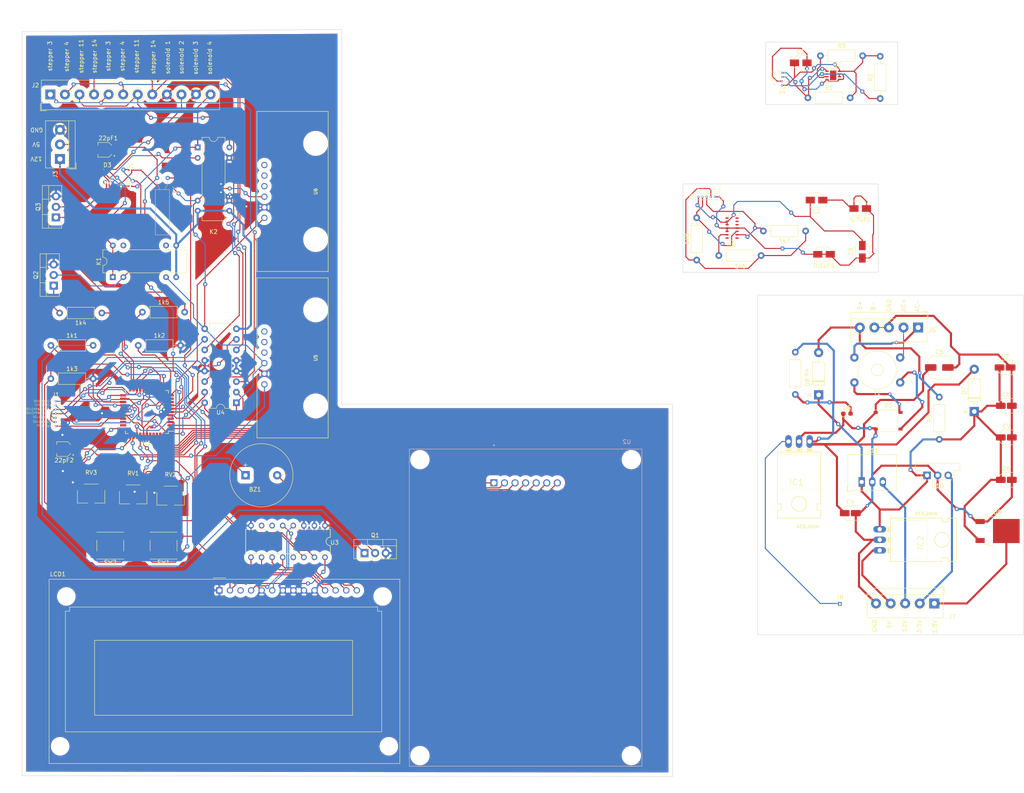
<source format=kicad_pcb>
(kicad_pcb (version 20211014) (generator pcbnew)
  (title_block (title "Smart Ventilator PCB(GROUP 46)") (date "2022-06-06"))
  (layers (0 "F.Cu" signal) (31 "B.Cu" signal) (34 "B.Paste" user) (35 "F.Paste" user) (36 "B.SilkS" user "B.Silkscreen") (37 "F.SilkS" user "F.Silkscreen") (38 "B.Mask" user) (39 "F.Mask" user) (44 "Edge.Cuts" user))
  (net 0 "")
  (net 1 "/SCL")
  (net 2 "Net-(LCD1-Pad4)")
  (net 3 "Net-(LCD1-Pad6)")
  (net 4 "Net-(LCD1-Pad11)")
  (net 5 "Net-(LCD1-Pad12)")
  (net 6 "Net-(LCD1-Pad13)")
  (net 7 "Net-(LCD1-Pad14)")
  (net 8 "/stepper 3")
  (net 9 "/stepper 4")
  (net 10 "/stepper 11")
  (net 11 "/stepper 14")
  (net 12 "/solinoid 2")
  (net 13 "/solinoid 4")
  (net 14 "/EXPre")
  (net 15 "/TPre")
  (net 16 "Net-(1k1-Pad1)")
  (net 17 "Net-(1k1-Pad2)")
  (net 18 "Net-(1k2-Pad1)")
  (net 19 "Net-(1k3-Pad1)")
  (net 20 "Net-(1k4-Pad1)")
  (net 21 "Net-(1k4-Pad2)")
  (net 22 "Net-(1k5-Pad1)")
  (net 23 "Net-(1k5-Pad2)")
  (net 24 "Net-(D1-Pad1)")
  (net 25 "Net-(D2-Pad1)")
  (net 26 "/BL")
  (net 27 "/BPM")
  (net 28 "/AOP")
  (net 29 "Net-(BZ1-Pad2)")
  (net 30 "Net-(22pF2-Pad1)")
  (net 31 "Net-(22pF1-Pad1)")
  (net 32 "/RXD")
  (net 33 "/TXD")
  (net 34 "/PSUSig")
  (net 35 "+12V")
  (net 37 "/SDA")
  (net 38 "GND")
  (net 39 "+5V")
  (net 40 "Net-(R3-Pad1)")
  (net 41 "Net-(C1-Pad2)")
  (net 42 "Net-(C1-Pad1)")
  (net 44 "Net-(U1-Pad40)")
  (net 45 "Net-(U1-Pad41)")
  (net 46 "Net-(U1-Pad42)")
  (net 47 "Net-(U1-Pad43)")
  (net 48 "Net-(U1-Pad44)")
  (net 49 "Net-(U1-Pad1)")
  (net 50 "Net-(U1-Pad2)")
  (net 54 "Net-(1k6-Pad2)")
  (net 60 "Net-(U1-Pad23)")
  (net 61 "Net-(U1-Pad24)")
  (net 62 "Net-(U1-Pad25)")
  (net 63 "Net-(U1-Pad26)")
  (net 71 "Net-(C2-Pad2)")
  (net 73 "Net-(1k6-Pad1)")
  (net 74 "Net-(0.1uF1-Pad1)")
  (net 75 "Net-(J4-Pad4)")
  (net 76 "Net-(J4-Pad3)")
  (net 77 "Net-(1k7-Pad2)")
  (net 78 "Net-(1k8-Pad2)")
  (net 79 "/Power Supply/Battery -")
  (net 80 "Net-(J7-Pad1)")
  (net 81 "Net-(C4-Pad1)")
  (net 82 "/Power Supply/Battery +")
  (net 83 "Net-(D5-Pad3)")
  (net 84 "Net-(D5-Pad4)")
  (net 85 "Net-(J7-Pad2)")
  (net 86 "Net-(J6-Pad2)")
  (net 87 "Net-(J7-Pad3)")
  (net 88 "Net-(J6-Pad1)")
  (net 89 "Net-(C6-Pad1)")
  (net 90 "Net-(D6-Pad2)")
  (net 91 "/Power Supply/PSUSig")
  (net 98 "Net-(IC2-PadOUT)")
  (footprint "footprint:MPX4250AP" (layer "F.Cu") (at 82.85 53.8 -90)
    (fp_text reference "U6")
    (fp_text value "MPX4250AP")
  )
  (footprint "Diode_SMD:D_0201_0603Metric" (layer "F.Cu") (at 32.9 52.5)
    (fp_text reference "D2")
    (fp_text value "DIODE")
  )
  (footprint "Potentiometer_SMD:Potentiometer_Bourns_3269W_Vertical" (layer "F.Cu") (at 39 126.6)
    (fp_text reference "RV1")
    (fp_text value "Oxcegen %")
  )
  (footprint "Package_TO_SOT_THT:TO-220-3_Vertical" (layer "F.Cu") (at 19.9 76.44 90)
    (fp_text reference "Q2")
    (fp_text value "TIP41")
  )
  (footprint "Resistor_THT:R_Axial_DIN0207_L6.3mm_D2.5mm_P10.16mm_Horizontal" (layer "F.Cu") (at 200.58 63.3 180)
    (fp_text reference "1k7")
    (fp_text value "R")
  )
  (footprint "Potentiometer_SMD:Potentiometer_Bourns_3269W_Vertical" (layer "F.Cu") (at 28.9 126.4)
    (fp_text reference "RV3")
    (fp_text value "Breath Length")
  )
  (footprint "Resistor_THT:R_Axial_DIN0207_L6.3mm_D2.5mm_P10.16mm_Horizontal" (layer "F.Cu") (at 19.22 90.8)
    (fp_text reference "1k1")
    (fp_text value "R")
  )
  (footprint "LED_SMD:LED_0603_1608Metric_Pad1.05x0.95mm_HandSolder" (layer "F.Cu") (at 210.5 107.2)
    (fp_text reference "D6")
    (fp_text value "LED")
  )
  (footprint "Diode_THT:D_DO-41_SOD81_P10.16mm_Horizontal" (layer "F.Cu") (at 203.7 102.68 90)
    (fp_text reference "D8")
    (fp_text value "1N4004")
  )
  (footprint "Package_DIP:DIP-16_W7.62mm" (layer "F.Cu") (at 63.8 104.575 180)
    (fp_text reference "U4")
    (fp_text value "L293D")
  )
  (footprint "Buzzer_Beeper:Buzzer_15x7.5RM7.6" (layer "F.Cu") (at 66 122)
    (fp_text reference "BZ1")
    (fp_text value "Buzzer")
  )
  (footprint "footprint:SON65P300X300X80-9N" (layer "F.Cu") (at 207.2 25.9)
    (fp_text reference "U7")
    (fp_text value "MAX30205MTA+")
  )
  (footprint "Display:LM16255" (layer "F.Cu") (at 59.72 149.66)
    (fp_text reference "LCD1")
    (fp_text value "LM16255K")
  )
  (footprint "Connector_PinHeader_1.00mm:PinHeader_1x04_P1.00mm_Vertical" (layer "F.Cu") (at 194.9 28.3 180)
    (fp_text reference "J4")
    (fp_text value "Conn_01x04_Female")
  )
  (footprint "Connector_PinHeader_1.00mm:PinHeader_1x01_P1.00mm_Vertical" (layer "F.Cu") (at 208.8 152.9)
    (fp_text reference "J8")
    (fp_text value "Conn_01x01_Female")
  )
  (footprint "footprint:78XXL" (layer "F.Cu") (at 222.1835 137.5 -90)
    (fp_text reference "IC2")
    (fp_text value "L7805")
  )
  (footprint "Diode_SMD:D_0201_0603Metric" (layer "F.Cu") (at 38.32 52.5)
    (fp_text reference "D4")
    (fp_text value "DIODE")
  )
  (footprint "Transformer_THT:Transformer_Toroid_Horizontal_D9.0mm_Amidon-T30" (layer "F.Cu") (at 223.3 93.7 180)
    (fp_text reference "T1")
    (fp_text value "Transformer_1P_1S")
  )
  (footprint "OptoDevice:Maxim_OLGA-14_3.3x5.6mm_P0.8mm" (layer "F.Cu") (at 182.9 62.6 180)
    (fp_text reference "U8")
    (fp_text value "MAX30102")
  )
  (footprint "TerminalBlock_4Ucon:TerminalBlock_4Ucon_1x05_P3.50mm_Horizontal" (layer "F.Cu") (at 231.5 152.8 180)
    (fp_text reference "J7")
    (fp_text value "Screw_Terminal_01x05")
  )
  (footprint "Diode_SMD:D_0201_0603Metric" (layer "F.Cu") (at 32.8 48.5)
    (fp_text reference "D3")
    (fp_text value "DIODE")
  )
  (footprint "Package_QFP:TQFP-44_10x10mm_P0.8mm" (layer "F.Cu") (at 42.3 106.8 180)
    (fp_text reference "U1")
    (fp_text value "ATmega32-16A")
  )
  (footprint "Button_Switch_SMD:SW_Push_1P1T_NO_6x6mm_H9.5mm" (layer "F.Cu") (at 33.5 138.9 180)
    (fp_text reference "SW2")
    (fp_text value "Power")
  )
  (footprint "Capacitor_SMD:CP_Elec_3x5.3" (layer "F.Cu") (at 203.2 55.88 180)
    (fp_text reference "C2")
    (fp_text value "10uF")
  )
  (footprint "footprint:78XXL" (layer "F.Cu") (at 199 117.7 180)
    (fp_text reference "IC1")
    (fp_text value "L7805")
  )
  (footprint "Relay_THT:Relay_StandexMeder_DIP_LowProfile" (layer "F.Cu") (at 34.1 74.4 90)
    (fp_text reference "K1")
    (fp_text value "DIPxx-1Axx-11x")
  )
  (footprint "Converter_DCDC:Converter_DCDC_Murata_OKI-78SR_Vertical" (layer "F.Cu") (at 229.755 122.015)
    (fp_text reference "U10")
    (fp_text value "OKI-78SR-3.3_1.5-W36-C")
  )
  (footprint "Capacitor_SMD:C_Elec_3x5.4" (layer "F.Cu") (at 248.8 123.1)
    (fp_text reference "C6")
    (fp_text value "470uF")
  )
  (footprint "Capacitor_SMD:CP_Elec_3x5.3" (layer "F.Cu") (at 199.4 22.9)
    (fp_text reference "C1")
    (fp_text value "0.1uF")
  )
  (footprint "Diode_THT:D_DO-41_SOD81_P10.16mm_Horizontal" (layer "F.Cu") (at 241.1 106.68 90)
    (fp_text reference "D7")
    (fp_text value "1N4004")
  )
  (footprint "TerminalBlock_4Ucon:TerminalBlock_4Ucon_1x03_P3.50mm_Horizontal" (layer "F.Cu") (at 21.4 46 90)
    (fp_text reference "J3")
    (fp_text value "Screw_Terminal_01x03")
  )
  (footprint "Capacitor_SMD:C_Elec_3x5.4" (layer "F.Cu") (at 248.8 105.3)
    (fp_text reference "C8")
    (fp_text value "470uF")
  )
  (footprint "Package_TO_SOT_THT:TO-220-3_Vertical" (layer "F.Cu") (at 20.445 60.04 90)
    (fp_text reference "Q3")
    (fp_text value "TIP41")
  )
  (footprint "footprint:DIL16" (layer "F.Cu") (at 76.2 137.9 180)
    (fp_text reference "U3")
    (fp_text value "PCF8574A")
  )
  (footprint "Capacitor_SMD:C_Elec_5x5.4" (layer "F.Cu") (at 232.7 96.1)
    (fp_text reference "C5")
    (fp_text value "2200uF")
  )
  (footprint "Resistor_THT:R_Axial_DIN0207_L6.3mm_D2.5mm_P10.16mm_Horizontal" (layer "F.Cu") (at 189.88 69.2 180)
    (fp_text reference "1k6")
    (fp_text value "R")
  )
  (footprint "Button_Switch_SMD:SW_Push_1P1T_NO_6x6mm_H9.5mm" (layer "F.Cu") (at 46.3 138.9 180)
    (fp_text reference "SW1")
    (fp_text value "O2 Auto")
  )
  (footprint "Capacitor_SMD:CP_Elec_3x5.3" (layer "F.Cu") (at 205 68.9 180)
    (fp_text reference "0.1uF1")
    (fp_text value "CAP")
  )
  (footprint "Capacitor_SMD:CP_Elec_3x5.3" (layer "F.Cu") (at 22.4 115.7 180)
    (fp_text reference "22pF2")
    (fp_text value "CAP")
  )
  (footprint "Capacitor_SMD:CP_Elec_3x5.3" (layer "F.Cu") (at 32.3 43.8 180)
    (fp_text reference "22pF1")
    (fp_text value "CAP")
  )
  (footprint "Resistor_THT:R_Axial_DIN0207_L6.3mm_D2.5mm_P10.16mm_Horizontal" (layer "F.Cu") (at 218.5 31.48 90)
    (fp_text reference "R2")
    (fp_text value "4.7k")
  )
  (footprint "TerminalBlock_4Ucon:TerminalBlock_4Ucon_1x05_P3.50mm_Horizontal" (layer "F.Cu") (at 227.6 86.5 180)
    (fp_text reference "J6")
    (fp_text value "Screw_Terminal_01x05")
  )
  (footprint "Resistor_THT:R_Axial_DIN0207_L6.3mm_D2.5mm_P10.16mm_Horizontal" (layer "F.Cu") (at 41.22 82.8)
    (fp_text reference "1k5")
    (fp_text value "R")
  )
  (footprint "Capacitor_SMD:CP_Elec_3x5.3" (layer "F.Cu") (at 213.7 57.9 180)
    (fp_text reference "4.7uF1")
    (fp_text value "CAP")
  )
  (footprint "Resistor_THT:R_Axial_DIN0207_L6.3mm_D2.5mm_P10.16mm_Horizontal" (layer "F.Cu") (at 232.7 113.38 90)
    (fp_text reference "R5")
    (fp_text value "1k")
  )
  (footprint "Resistor_THT:R_Axial_DIN0207_L6.3mm_D2.5mm_P10.16mm_Horizontal" (layer "F.Cu") (at 40.22 90.8)
    (fp_text reference "1k2")
    (fp_text value "R")
  )
  (footprint "Diode_SMD:D_0201_0603Metric" (layer "F.Cu") (at 38.32 48.7)
    (fp_text reference "D1")
    (fp_text value "DIODE")
  )
  (footprint "Relay_THT:Relay_StandexMeder_DIP_LowProfile" (layer "F.Cu") (at 54.5 43.2)
    (fp_text reference "K2")
    (fp_text value "DIPxx-1Axx-11x")
  )
  (footprint "Potentiometer_SMD:Potentiometer_Bourns_3269W_Vertical" (layer "F.Cu") (at 48 126.9)
    (fp_text reference "RV2")
    (fp_text value "BPM")
  )
  (footprint "Resistor_THT:R_Axial_DIN0207_L6.3mm_D2.5mm_P10.16mm_Horizontal" (layer "F.Cu") (at 204.12 21.2)
    (fp_text reference "R3")
    (fp_text value "4.7k")
  )
  (footprint "TerminalBlock_4Ucon:TerminalBlock_4Ucon_1x12_P3.50mm_Horizontal" (layer "F.Cu") (at 19.1 30.5)
    (fp_text reference "J2")
    (fp_text value "Screw_Terminal_01x12")
  )
  (footprint "Connector_PinHeader_1.00mm:PinHeader_1x07_P1.00mm_Vertical" (layer "F.Cu") (at 20.4 104.2)
    (fp_text reference "J1")
    (fp_text value "Conn_01x07_Female")
  )
  (footprint "Resistor_THT:R_Axial_DIN0207_L6.3mm_D2.5mm_P10.16mm_Horizontal" (layer "F.Cu") (at 174.4 70.28 90)
    (fp_text reference "1k8")
    (fp_text value "R")
  )
  (footprint "Capacitor_SMD:C_Elec_3x5.4" (layer "F.Cu") (at 211.3 131.1)
    (fp_text reference "C4")
    (fp_text value "470uF")
  )
  (footprint "Package_TO_SOT_THT:TO-220-3_Vertical" (layer "F.Cu") (at 94.6 140.7)
    (fp_text reference "Q1")
    (fp_text value "TIP41")
  )
  (footprint "Resistor_THT:R_Axial_DIN0207_L6.3mm_D2.5mm_P10.16mm_Horizontal" (layer "F.Cu") (at 201.12 31.3)
    (fp_text reference "R1")
    (fp_text value "4.7k")
  )
  (footprint "Capacitor_SMD:CP_Elec_3x5.3" (layer "F.Cu") (at 214.2 68.3 90)
    (fp_text reference "C3")
    (fp_text value "0.1uF")
  )
  (footprint "footprint:MPX4250AP" (layer "F.Cu") (at 82.85 93.8 -90)
    (fp_text reference "U5")
    (fp_text value "MPX4250AP")
  )
  (footprint "Package_TO_SOT_SMD:TO-252-2" (layer "F.Cu") (at 246.7 135.4)
    (fp_text reference "U9")
    (fp_text value "LD1086DT18TR")
  )
  (footprint "Connector_PinHeader_1.00mm:PinHeader_1x06_P1.00mm_Vertical" (layer "F.Cu") (at 174.8 55.1 90)
    (fp_text reference "J5")
    (fp_text value "Conn_01x06_Female")
  )
  (footprint "Capacitor_SMD:C_Elec_3x5.4" (layer "F.Cu") (at 248.5 96.1)
    (fp_text reference "C7")
    (fp_text value "470uF")
  )
  (footprint "Resistor_THT:R_Axial_DIN0207_L6.3mm_D2.5mm_P10.16mm_Horizontal" (layer "F.Cu") (at 31.48 83 180)
    (fp_text reference "1k4")
    (fp_text value "R")
  )
  (footprint "Diode_SMD:Diode_Bridge_Diotec_ABS" (layer "F.Cu") (at 220.4 108.9)
    (fp_text reference "D5")
    (fp_text value "ABS4")
  )
  (footprint "Resistor_THT:R_Axial_DIN0207_L6.3mm_D2.5mm_P10.16mm_Horizontal" (layer "F.Cu") (at 19.22 98.8)
    (fp_text reference "1k3")
    (fp_text value "R")
  )
  (footprint "Capacitor_SMD:C_Elec_3x5.4" (layer "F.Cu") (at 248.8 112.9)
    (fp_text reference "C9")
    (fp_text value "470uF")
  )
  (footprint "Resistor_THT:R_Axial_DIN0207_L6.3mm_D2.5mm_P10.16mm_Horizontal" (layer "F.Cu") (at 198.1 92.42 -90)
    (fp_text reference "R4")
    (fp_text value "1.6k")
  )
  (footprint "Converter_DCDC:Converter_DCDC_RECOM_R-78E-0.5_THT" (layer "F.Cu") (at 214.053 123.6075)
    (fp_text reference "U11")
    (fp_text value "R-7812-0.5")
  )
  (footprint "Crystal:Crystal_AT310_D3.0mm_L10.0mm_Horizontal" (layer "B.Cu") (at 47.3 50.55 180)
    (fp_text reference "Y1")
    (fp_text value "Crystal")
  )
  (footprint "footprint:KEYPAD_86AB2-102" (layer "B.Cu") (at 133.3 153.8 180)
    (fp_text reference "U2")
    (fp_text value "86AB2-102")
  )
  (gr_rect (start 189 78.7) (end 253 160.3) (layer "Edge.Cuts") (width 0.1) (fill none))
  (gr_rect (start 171.1 52) (end 218 73.2) (layer "Edge.Cuts") (width 0.1) (fill none))
  (gr_rect (start 191 17.9) (end 222.7 32.9) (layer "Edge.Cuts") (width 0.1) (fill none))
  (gr_poly (pts (xy 89.1 14.9) (xy 89.1 104.9) (xy 92.1 104.9) (xy 103.1 104.9) (xy 168.595268 104.9) (xy 168.6 194.4) (xy 12.3 194.2) (xy 12.3 15.4)) (layer "Edge.Cuts") (width 0.1) (fill none))
  (gr_text "GND" (at 179.9 53.3 90) (layer "F.SilkS") (effects (font (size 0.5 0.5) (thickness 0.05))))
  (gr_text "GND" (at 15.8 39 180) (layer "F.SilkS") (effects (font (size 1 1))))
  (gr_text "B-" (at 216.8 81.3 90) (layer "F.SilkS") (effects (font (size 1 1))))
  (gr_text "GND" (at 220.6 81.2 90) (layer "F.SilkS") (effects (font (size 1 1))))
  (gr_text "SDA" (at 192.7 25.2) (layer "F.SilkS") (effects (font (size 0.5 0.5) (thickness 0.05))))
  (gr_text "5V" (at 15.7 42.5 180) (layer "F.SilkS") (effects (font (size 1 1))))
  (gr_text "12V" (at 15.7 46 180) (layer "F.SilkS") (effects (font (size 1 1))))
  (gr_text "AC-" (at 227.4 81.2 90) (layer "F.SilkS") (effects (font (size 1 1))))
  (gr_text "SCL" (at 192.7 26.2) (layer "F.SilkS") (effects (font (size 0.5 0.5) (thickness 0.05))))
  (gr_text "GND" (at 217.2 158.2 90) (layer "F.SilkS") (effects (font (size 1 1))))
  (gr_text "solenoid 4" (at 57.4 21.7 90) (layer "F.SilkS") (effects (font (size 1 1))))
  (gr_text "3.3V" (at 227.9 158.4 90) (layer "F.SilkS") (effects (font (size 1 1))))
  (gr_text "stepper 3" (at 33 21.3 90) (layer "F.SilkS") (effects (font (size 1 1))))
  (gr_text "TXD(GSM)" (at 17.1 105.1) (layer "F.SilkS") (effects (font (size 0.5 0.5) (thickness 0.05))))
  (gr_text "solenoid 2" (at 50.6 21.6 90) (layer "F.SilkS") (effects (font (size 1 1))))
  (gr_text "stepper 4" (at 23 21.4 90) (layer "F.SilkS") (effects (font (size 1 1))))
  (gr_text "solenoid 1" (at 47.3 21.6 90) (layer "F.SilkS") (effects (font (size 1 1))))
  (gr_text "3.3V" (at 174.8 53.3 90) (layer "F.SilkS") (effects (font (size 0.5 0.5) (thickness 0.05))))
  (gr_text "AC+" (at 224.1 81.1 90) (layer "F.SilkS") (effects (font (size 1 1))))
  (gr_text "SDA" (at 175.8 53.2 90) (layer "F.SilkS") (effects (font (size 0.5 0.5) (thickness 0.05))))
  (gr_text "SDL(Temp)" (at 16.9 109.1) (layer "F.SilkS") (effects (font (size 0.5 0.5) (thickness 0.05))))
  (gr_text "SCL(Temp)" (at 16.9 108) (layer "F.SilkS") (effects (font (size 0.5 0.5) (thickness 0.05))))
  (gr_text "1.8V" (at 231.6 158.4 90) (layer "F.SilkS") (effects (font (size 1 1))))
  (gr_text "GND" (at 192.7 27.1) (layer "F.SilkS") (effects (font (size 0.5 0.5) (thickness 0.05))))
  (gr_text "stepper 11" (at 26.5 21.3 90) (layer "F.SilkS") (effects (font (size 1 1))))
  (gr_text "RXD(GSM)" (at 17 104.2) (layer "F.SilkS") (effects (font (size 0.5 0.5) (thickness 0.05))))
  (gr_text "PSU Sig" (at 17.3 110.1) (layer "F.SilkS") (effects (font (size 0.5 0.5) (thickness 0.05))))
  (gr_text "stepper 4" (at 36.4 21.3 90) (layer "F.SilkS") (effects (font (size 1 1))))
  (gr_text "SDL(HR&SPO2)" (at 16.1 107) (layer "F.SilkS") (effects (font (size 0.5 0.5) (thickness 0.05))))
  (gr_text "stepper 3" (at 19 21.3 90) (layer "F.SilkS") (effects (font (size 1 1))))
  (gr_text "5V" (at 177.8 53.3 90) (layer "F.SilkS") (effects (font (size 0.5 0.5) (thickness 0.05))))
  (gr_text "stepper 14" (at 29.7 21.3 90) (layer "F.SilkS") (effects (font (size 1 1))))
  (gr_text "SCL" (at 176.8 53.3 90) (layer "F.SilkS") (effects (font (size 0.5 0.5) (thickness 0.05))))
  (gr_text "1.8V" (at 178.8 53.3 90) (layer "F.SilkS") (effects (font (size 0.5 0.5) (thickness 0.05))))
  (gr_text "stepper 14" (at 43.8 21.5 90) (layer "F.SilkS") (effects (font (size 1 1))))
  (gr_text "solenoid 3" (at 54 21.7 90) (layer "F.SilkS") (effects (font (size 1 1))))
  (gr_text "3.3V" (at 192.7 28.2) (layer "F.SilkS") (effects (font (size 0.5 0.5) (thickness 0.05))))
  (gr_text "stepper 11" (at 39.8 21.3 90) (layer "F.SilkS") (effects (font (size 1 1))))
  (gr_text "5V" (at 220.7 157.9 90) (layer "F.SilkS") (effects (font (size 1 1))))
  (gr_text "12V" (at 224.4 158.3 90) (layer "F.SilkS") (effects (font (size 1 1))))
  (gr_text "SCL(HR&SPO2)" (at 16.1 106.1) (layer "F.SilkS") (effects (font (size 0.5 0.5) (thickness 0.05))))
  (gr_text "B+" (at 213.6 81.2 90) (layer "F.SilkS") (effects (font (size 1 1))))
  (segment (start 80.01 141.71) (end 74.6 136.3) (width 0.25) (layer "F.Cu") (net 1))
  (segment (start 22.5 106.2) (end 20.4 106.2) (width 0.25) (layer "F.Cu") (net 1))
  (segment (start 53.84952 122.7) (end 53.84952 115.816695) (width 0.25) (layer "F.Cu") (net 1))
  (segment (start 40.7 102.441376) (end 40.7 101.1) (width 0.25) (layer "F.Cu") (net 1))
  (segment (start 27.4 101.3) (end 22.5 106.2) (width 0.25) (layer "F.Cu") (net 1))
  (segment (start 43.2 96.9755) (end 40.7 99.4755) (width 0.25) (layer "F.Cu") (net 1))
  (segment (start 53.84952 124.84952) (end 53.84952 122.7) (width 0.25) (layer "F.Cu") (net 1))
  (segment (start 74.6 136.3) (end 65.3 136.3) (width 0.25) (layer "F.Cu") (net 1))
  (segment (start 65.3 136.3) (end 53.84952 124.84952) (width 0.25) (layer "F.Cu") (net 1))
  (segment (start 53.84952 115.816695) (end 55.346256 114.319959) (width 0.25) (layer "F.Cu") (net 1))
  (segment (start 40.7 99.4755) (end 40.7 101.1) (width 0.25) (layer "F.Cu") (net 1))
  (segment (start 40.491728 102.649648) (end 40.7 102.441376) (width 0.25) (layer "F.Cu") (net 1))
  (segment (start 27.4555 101.3) (end 27.4 101.3) (width 0.25) (layer "F.Cu") (net 1))
  (via (at 43.2 96.9755) (size 1) (drill 0.5) (layers "F.Cu" "B.Cu") (net 1))
  (via (at 27.4555 101.3) (size 1) (drill 0.5) (layers "F.Cu" "B.Cu") (net 1))
  (via (at 55.346256 114.319959) (size 1) (drill 0.5) (layers "F.Cu" "B.Cu") (net 1))
  (via (at 40.491728 102.649648) (size 1) (drill 0.5) (layers "F.Cu" "B.Cu") (net 1))
  (segment (start 36.4 101.4) (end 27.5555 101.4) (width 0.25) (layer "B.Cu") (net 1))
  (segment (start 55.346256 108.746256) (end 51.4 104.8) (width 0.25) (layer "B.Cu") (net 1))
  (segment (start 37.649648 102.649648) (end 36.4 101.4) (width 0.25) (layer "B.Cu") (net 1))
  (segment (start 19.3 106.9) (end 19.3 107.70104) (width 0.25) (layer "B.Cu") (net 1))
  (segment (start 55.346256 114.319959) (end 55.346256 108.746256) (width 0.25) (layer "B.Cu") (net 1))
  (segment (start 43.2245 97) (end 43.2 96.9755) (width 0.25) (layer "B.Cu") (net 1))
  (segment (start 51.4 104.8) (end 51.4 98.8) (width 0.25) (layer "B.Cu") (net 1))
  (segment (start 20 106.2) (end 19.3 106.9) (width 0.25) (layer "B.Cu") (net 1))
  (segment (start 27.5555 101.4) (end 27.4555 101.3) (width 0.25) (layer "B.Cu") (net 1))
  (segment (start 49.6 97) (end 43.2245 97) (width 0.25) (layer "B.Cu") (net 1))
  (segment (start 19.3 107.70104) (end 19.79896 108.2) (width 0.25) (layer "B.Cu") (net 1))
  (segment (start 20.4 106.2) (end 20 106.2) (width 0.25) (layer "B.Cu") (net 1))
  (segment (start 51.4 98.8) (end 49.6 97) (width 0.25) (layer "B.Cu") (net 1))
  (segment (start 40.491728 102.649648) (end 37.649648 102.649648) (width 0.25) (layer "B.Cu") (net 1))
  (segment (start 19.79896 108.2) (end 20.4 108.2) (width 0.25) (layer "B.Cu") (net 1))
  (segment (start 68.426511 148.573489) (end 70.969854 148.573489) (width 0.25) (layer "F.Cu") (net 2))
  (segment (start 67.34 149.66) (end 68.426511 148.573489) (width 0.25) (layer "F.Cu") (net 2))
  (segment (start 70.969854 148.573489) (end 71.220866 148.8245) (width 0.25) (layer "F.Cu") (net 2))
  (via (at 71.220866 148.8245) (size 1) (drill 0.5) (layers "F.Cu" "B.Cu") (net 2))
  (segment (start 75.91492 144.130446) (end 75.91492 135.64508) (width 0.25) (layer "B.Cu") (net 2))
  (segment (start 75.91492 135.64508) (end 77.47 134.09) (width 0.25) (layer "B.Cu") (net 2))
  (segment (start 71.220866 148.8245) (end 75.91492 144.130446) (width 0.25) (layer "B.Cu") (net 2))
  (segment (start 75.036207 134.09) (end 74.93 134.09) (width 0.25) (layer "F.Cu") (net 3))
  (segment (start 76.95537 136.009163) (end 75.036207 134.09) (width 0.25) (layer "F.Cu") (net 3))
  (via (at 76.95537 136.009163) (size 1) (drill 0.5) (layers "F.Cu" "B.Cu") (net 3))
  (segment (start 76.36444 137.83556) (end 76.95537 137.24463) (width 0.25) (layer "B.Cu") (net 3))
  (segment (start 76.95537 137.24463) (end 76.95537 136.009163) (width 0.25) (layer "B.Cu") (net 3))
  (segment (start 72.42 149.66) (end 72.7 149.38) (width 0.25) (layer "B.Cu") (net 3))
  (segment (start 72.7 147.981084) (end 76.36444 144.316643) (width 0.25) (layer "B.Cu") (net 3))
  (segment (start 72.7 149.38) (end 72.7 147.981084) (width 0.25) (layer "B.Cu") (net 3))
  (segment (start 76.36444 144.316643) (end 76.36444 137.83556) (width 0.25) (layer "B.Cu") (net 3))
  (segment (start 68.6 145.9) (end 67.3 144.6) (width 0.25) (layer "F.Cu") (net 4))
  (segment (start 81.36 145.9) (end 68.6 145.9) (width 0.25) (layer "F.Cu") (net 4))
  (segment (start 67.31 144.59) (end 67.31 141.71) (width 0.25) (layer "F.Cu") (net 4))
  (segment (start 67.3 144.6) (end 67.31 144.59) (width 0.25) (layer "F.Cu") (net 4))
  (segment (start 85.12 149.66) (end 81.36 145.9) (width 0.25) (layer "F.Cu") (net 4))
  (segment (start 71.3 145.45048) (end 69.85 144.00048) (width 0.25) (layer "F.Cu") (net 5))
  (segment (start 81.70048 145.45048) (end 71.3 145.45048) (width 0.25) (layer "F.Cu") (net 5))
  (segment (start 87.66 149.66) (end 86.2 148.2) (width 0.25) (layer "F.Cu") (net 5))
  (segment (start 84.45 148.2) (end 81.70048 145.45048) (width 0.25) (layer "F.Cu") (net 5))
  (segment (start 86.2 148.2) (end 84.45 148.2) (width 0.25) (layer "F.Cu") (net 5))
  (segment (start 69.85 144.00048) (end 69.85 141.71) (width 0.25) (layer "F.Cu") (net 5))
  (segment (start 84.786198 147.75048) (end 81.735718 144.7) (width 0.25) (layer "F.Cu") (net 6))
  (segment (start 72.39 142.99) (end 72.39 141.71) (width 0.25) (layer "F.Cu") (net 6))
  (segment (start 88.29048 147.75048) (end 84.786198 147.75048) (width 0.25) (layer "F.Cu") (net 6))
  (segment (start 74.1 144.7) (end 72.39 142.99) (width 0.25) (layer "F.Cu") (net 6))
  (segment (start 81.735718 144.7) (end 74.1 144.7) (width 0.25) (layer "F.Cu") (net 6))
  (segment (start 90.2 149.66) (end 88.29048 147.75048) (width 0.25) (layer "F.Cu") (net 6))
  (segment (start 88.6 147.3) (end 85.1 147.3) (width 0.25) (layer "F.Cu") (net 7))
  (segment (start 82.05048 144.25048) (end 75.45048 144.25048) (width 0.25) (layer "F.Cu") (net 7))
  (segment (start 92.74 149.66) (end 91.48 148.4) (width 0.25) (layer "F.Cu") (net 7))
  (segment (start 91.48 148.4) (end 89.7 148.4) (width 0.25) (layer "F.Cu") (net 7))
  (segment (start 75.45048 144.25048) (end 74.93 143.73) (width 0.25) (layer "F.Cu") (net 7))
  (segment (start 74.93 143.73) (end 74.93 141.71) (width 0.25) (layer "F.Cu") (net 7))
  (segment (start 89.7 148.4) (end 88.6 147.3) (width 0.25) (layer "F.Cu") (net 7))
  (segment (start 85.1 147.3) (end 82.05048 144.25048) (width 0.25) (layer "F.Cu") (net 7))
  (segment (start 33.1 30.5) (end 31.3 32.3) (width 0.25) (layer "F.Cu") (net 8))
  (segment (start 20.5 32.2) (end 20.5 31.9) (width 0.25) (layer "F.Cu") (net 8))
  (segment (start 20.5 31.9) (end 19.1 30.5) (width 0.25) (layer "F.Cu") (net 8))
  (segment (start 65.505 99.495) (end 68 97) (width 0.25) (layer "F.Cu") (net 8))
  (segment (start 68.1 74.4) (end 68.1 65.7) (width 0.25) (layer "F.Cu") (net 8))
  (segment (start 68.1 96.9) (end 68.1 74.4) (width 0.25) (layer "F.Cu") (net 8))
  (segment (start 63.8 99.495) (end 65.505 99.495) (width 0.25) (layer "F.Cu") (net 8))
  (segment (start 68.1 65.7) (end 68.1 63.74602) (width 0.25) (layer "F.Cu") (net 8))
  (segment (start 68.1 63.74602) (end 68.22301 63.62301) (width 0.25) (layer "F.Cu") (net 8))
  (segment (start 31.3 32.3) (end 31.3 32.4755) (width 0.25) (layer "F.Cu") (net 8))
  (segment (start 68 97) (end 68.1 96.9) (width 0.25) (layer "F.Cu") (net 8))
  (via (at 20.5 32.2) (size 1) (drill 0.5) (layers "F.Cu" "B.Cu") (net 8))
  (via (at 68.22301 63.62301) (size 1) (drill 0.5) (layers "F.Cu" "B.Cu") (net 8))
  (via (at 31.3 32.4755) (size 1) (drill 0.5) (layers "F.Cu" "B.Cu") (net 8))
  (segment (start 65.3755 32.4755) (end 31.3 32.4755) (width 0.25) (layer "B.Cu") (net 8))
  (segment (start 20.7755 32.4755) (end 20.5 32.2) (width 0.25) (layer "B.Cu") (net 8))
  (segment (start 68.22301 63.62301) (end 67.2 62.6) (width 0.25) (layer "B.Cu") (net 8))
  (segment (start 67.2 62.6) (end 67.2 34.3) (width 0.25) (layer "B.Cu") (net 8))
  (segment (start 31.3 32.4755) (end 20.7755 32.4755) (width 0.25) (layer "B.Cu") (net 8))
  (segment (start 67.2 34.3) (end 65.3755 32.4755) (width 0.25) (layer "B.Cu") (net 8))
  (segment (start 64.2 31.1) (end 61.2 28.1) (width 0.25) (layer "F.Cu") (net 9))
  (segment (start 36.6 30.5) (end 36.6 28.5) (width 0.25) (layer "F.Cu") (net 9))
  (segment (start 63.8 91.875) (end 65.358475 90.316525) (width 0.25) (layer "F.Cu") (net 9))
  (segment (start 64.2 60.7) (end 64.2 31.1) (width 0.25) (layer "F.Cu") (net 9))
  (segment (start 65.358475 90.316525) (end 65.358475 68.658475) (width 0.25) (layer "F.Cu") (net 9))
  (segment (start 65.358475 68.658475) (end 64.3 67.6) (width 0.25) (layer "F.Cu") (net 9))
  (segment (start 63.2 61.7) (end 64.2 60.7) (width 0.25) (layer "F.Cu") (net 9))
  (segment (start 36.6 28.5) (end 36 27.9) (width 0.25) (layer "F.Cu") (net 9))
  (segment (start 24.7 28.4) (end 22.6 30.5) (width 0.25) (layer "F.Cu") (net 9))
  (segment (start 24.7 28.1) (end 24.7 28.4) (width 0.25) (layer "F.Cu") (net 9))
  (via (at 64.3 67.6) (size 1) (drill 0.5) (layers "F.Cu" "B.Cu") (net 9))
  (via (at 63.2 61.7) (size 1) (drill 0.5) (layers "F.Cu" "B.Cu") (net 9))
  (via (at 61.2 28.1) (size 1) (drill 0.5) (layers "F.Cu" "B.Cu") (net 9))
  (via (at 24.7 28.1) (size 1) (drill 0.5) (layers "F.Cu" "B.Cu") (net 9))
  (via (at 36 27.9) (size 1) (drill 0.5) (layers "F.Cu" "B.Cu") (net 9))
  (segment (start 63.2 61.7) (end 63.4 61.9) (width 0.25) (layer "B.Cu") (net 9))
  (segment (start 36.2 28.1) (end 36 27.9) (width 0.25) (layer "B.Cu") (net 9))
  (segment (start 63.4 66.7) (end 64.3 67.6) (width 0.25) (layer "B.Cu") (net 9))
  (segment (start 61.2 28.1) (end 36.2 28.1) (width 0.25) (layer "B.Cu") (net 9))
  (segment (start 36 27.9) (end 24.9 27.9) (width 0.25) (layer "B.Cu") (net 9))
  (segment (start 24.9 27.9) (end 24.7 28.1) (width 0.25) (layer "B.Cu") (net 9))
  (segment (start 63.4 61.9) (end 63.4 66.7) (width 0.25) (layer "B.Cu") (net 9))
  (segment (start 64.5 69.4) (end 63.7 68.6) (width 0.25) (layer "F.Cu") (net 10))
  (segment (start 64.5 83.555) (end 64.5 69.4) (width 0.25) (layer "F.Cu") (net 10))
  (segment (start 63.7 68.6) (end 63.5 68.6) (width 0.25) (layer "F.Cu") (net 10))
  (segment (start 43.3 36.1) (end 40.1 32.9) (width 0.25) (layer "F.Cu") (net 10))
  (segment (start 40.1 32.9) (end 40.1 30.5) (width 0.25) (layer "F.Cu") (net 10))
  (segment (start 40.1 30.5) (end 37.3 33.3) (width 0.25) (layer "F.Cu") (net 10))
  (segment (start 63.144511 37.144511) (end 61.9 35.9) (width 0.25) (layer "F.Cu") (net 10))
  (segment (start 37.3 33.3) (end 27.2 33.3) (width 0.25) (layer "F.Cu") (net 10))
  (segment (start 26.1 32.2) (end 26.1 30.5) (width 0.25) (layer "F.Cu") (net 10))
  (segment (start 61.9 35.9) (end 55.9 35.9) (width 0.25) (layer "F.Cu") (net 10))
  (segment (start 63.144511 60.355489) (end 61.9 61.6) (width 0.25) (layer "F.Cu") (net 10))
  (segment (start 63.144511 60.355489) (end 63.144511 37.144511) (width 0.25) (layer "F.Cu") (net 10))
  (segment (start 55.9 35.9) (end 55.7 36.1) (width 0.25) (layer "F.Cu") (net 10))
  (segment (start 27.2 33.3) (end 26.1 32.2) (width 0.25) (layer "F.Cu") (net 10))
  (segment (start 56.18 91.875) (end 64.5 83.555) (width 0.25) (layer "F.Cu") (net 10))
  (via (at 55.7 36.1) (size 1) (drill 0.5) (layers "F.Cu" "B.Cu") (net 10))
  (via (at 61.9 61.6) (size 1) (drill 0.5) (layers "F.Cu" "B.Cu") (net 10))
  (via (at 63.5 68.6) (size 1) (drill 0.5) (layers "F.Cu" "B.Cu") (net 10))
  (via (at 43.3 36.1) (size 1) (drill 0.5) (layers "F.Cu" "B.Cu") (net 10))
  (segment (start 63.5 68.6) (end 62.9 68) (width 0.25) (layer "B.Cu") (net 10))
  (segment (start 62.9 68) (end 62.9 62.6) (width 0.25) (layer "B.Cu") (net 10))
  (segment (start 62.9 62.6) (end 61.9 61.6) (width 0.25) (layer "B.Cu") (net 10))
  (segment (start 55.7 36.1) (end 43.3 36.1) (width 0.25) (layer "B.Cu") (net 10))
  (segment (start 64.64952 30.14952) (end 60.7 26.2) (width 0.25) (layer "F.Cu") (net 11))
  (segment (start 60.7 26.2) (end 47.9 26.2) (width 0.25) (layer "F.Cu") (net 11))
  (segment (start 43.6 27.3) (end 42.3 26) (width 0.25) (layer "F.Cu") (net 11))
  (segment (start 66 98) (end 66 67.6) (width 0.25) (layer "F.Cu") (net 11))
  (segment (start 47.9 26.2) (end 43.6 30.5) (width 0.25) (layer "F.Cu") (net 11))
  (segment (start 29.6 26.8) (end 29.6 30.5) (width 0.25) (layer "F.Cu") (net 11))
  (segment (start 56.18 99.495) (end 57.304511 98.370489) (width 0.25) (layer "F.Cu") (net 11))
  (segment (start 42.3 26) (end 30.4 26) (width 0.25) (layer "F.Cu") (net 11))
  (segment (start 30.4 26) (end 29.6 26.8) (width 0.25) (layer "F.Cu") (net 11))
  (segment (start 57.304511 98.370489) (end 65.629511 98.370489) (width 0.25) (layer "F.Cu") (net 11))
  (segment (start 43.6 30.5) (end 43.6 27.3) (width 0.25) (layer "F.Cu") (net 11))
  (segment (start 64.2245 63.5) (end 64.64952 63.07498) (width 0.25) (layer "F.Cu") (net 11))
  (segment (start 66 67.6) (end 65.7 67.3) (width 0.25) (layer "F.Cu") (net 11))
  (segment (start 64.64952 63.07498) (end 64.64952 30.14952) (width 0.25) (layer "F.Cu") (net 11))
  (segment (start 65.629511 98.370489) (end 66 98) (width 0.25) (layer "F.Cu") (net 11))
  (via (at 64.2245 63.5) (size 1) (drill 0.5) (layers "F.Cu" "B.Cu") (net 11))
  (via (at 65.7 67.3) (size 1) (drill 0.5) (layers "F.Cu" "B.Cu") (net 11))
  (segment (start 64.2245 63.5) (end 64.2 63.5245) (width 0.25) (layer "B.Cu") (net 11))
  (segment (start 64.2 65.8) (end 65.7 67.3) (width 0.25) (layer "B.Cu") (net 11))
  (segment (start 64.2 63.5245) (end 64.2 65.8) (width 0.25) (layer "B.Cu") (net 11))
  (segment (start 33.12 48.5) (end 34.9 48.5) (width 0.25) (layer "F.Cu") (net 12))
  (segment (start 34.9 50.6) (end 35.054049 50.6) (width 0.25) (layer "F.Cu") (net 12))
  (segment (start 37 56.6) (end 33 60.6) (width 0.25) (layer "F.Cu") (net 12))
  (segment (start 33 60.6) (end 33 65.68) (width 0.25) (layer "F.Cu") (net 12))
  (segment (start 33.12 48.82) (end 34.9 50.6) (width 0.25) (layer "F.Cu") (net 12))
  (segment (start 33.12 48.5) (end 33.12 48.82) (width 0.25) (layer "F.Cu") (net 12))
  (segment (start 34.9 48.5) (end 39.1 44.3) (width 0.25) (layer "F.Cu") (net 12))
  (segment (start 34.1 66.78) (end 34.1 74.4) (width 0.25) (layer "F.Cu") (net 12))
  (segment (start 50.6 34) (end 50.6 30.5) (width 0.25) (layer "F.Cu") (net 12))
  (segment (start 33 65.68) (end 34.1 66.78) (width 0.25) (layer "F.Cu") (net 12))
  (segment (start 35.054049 50.6) (end 35.151448 50.502601) (width 0.25) (layer "F.Cu") (net 12))
  (segment (start 42.6 42) (end 50.6 34) (width 0.25) (layer "F.Cu") (net 12))
  (via (at 39.1 44.3) (size 1) (drill 0.5) (layers "F.Cu" "B.Cu") (net 12))
  (via (at 37 56.6) (size 1) (drill 0.5) (layers "F.Cu" "B.Cu") (net 12))
  (via (at 35.151448 50.502601) (size 1) (drill 0.5) (layers "F.Cu" "B.Cu") (net 12))
  (via (at 42.6 42) (size 1) (drill 0.5) (layers "F.Cu" "B.Cu") (net 12))
  (segment (start 37.1 56.5) (end 37 56.6) (width 0.25) (layer "B.Cu") (net 12))
  (segment (start 39.1 44.3) (end 41.4 42) (width 0.25) (layer "B.Cu") (net 12))
  (segment (start 37.1 52.7) (end 37.1 56.5) (width 0.25) (layer "B.Cu") (net 12))
  (segment (start 35.151448 50.502601) (end 35.168636 50.502601) (width 0.25) (layer "B.Cu") (net 12))
  (segment (start 37.1 52.433965) (end 37.1 52.7) (width 0.25) (layer "B.Cu") (net 12))
  (segment (start 35.168636 50.502601) (end 37.1 52.433965) (width 0.25) (layer "B.Cu") (net 12))
  (segment (start 41.4 42) (end 42.6 42) (width 0.25) (layer "B.Cu") (net 12))
  (segment (start 38.74 52.6) (end 38.64 52.5) (width 0.25) (layer "F.Cu") (net 13))
  (segment (start 54.5 43.2) (end 49.4 43.2) (width 0.25) (layer "F.Cu") (net 13))
  (segment (start 60.6 39.2) (end 56.8 39.2) (width 0.25) (layer "F.Cu") (net 13))
  (segment (start 54.5 33.6) (end 54.5 43.2) (width 0.25) (layer "F.Cu") (net 13))
  (segment (start 54.5 41.5) (end 54.5 43.2) (width 0.25) (layer "F.Cu") (net 13))
  (segment (start 62.12 40.72) (end 60.6 39.2) (width 0.25) (layer "F.Cu") (net 13))
  (segment (start 40 52.6) (end 38.74 52.6) (width 0.25) (layer "F.Cu") (net 13))
  (segment (start 56.8 39.2) (end 54.5 41.5) (width 0.25) (layer "F.Cu") (net 13))
  (segment (start 62.12 43.2) (end 62.12 40.72) (width 0.25) (layer "F.Cu") (net 13))
  (segment (start 49.4 43.2) (end 49.1 43.5) (width 0.25) (layer "F.Cu") (net 13))
  (segment (start 57.6 30.5) (end 54.5 33.6) (width 0.25) (layer "F.Cu") (net 13))
  (via (at 40 52.6) (size 1) (drill 0.5) (layers "F.Cu" "B.Cu") (net 13))
  (via (at 49.1 43.5) (size 1) (drill 0.5) (layers "F.Cu" "B.Cu") (net 13))
  (segment (start 49.1 43.5) (end 40 52.6) (width 0.25) (layer "B.Cu") (net 13))
  (segment (start 41.47498 117.5476) (end 52.6524 117.5476) (width 0.25) (layer "F.Cu") (net 14))
  (segment (start 52.6524 117.5476) (end 52.9 117.3) (width 0.25) (layer "F.Cu") (net 14))
  (segment (start 41.1 117.92258) (end 41.47498 117.5476) (width 0.25) (layer "F.Cu") (net 14))
  (segment (start 38.9 112.7) (end 39.1 112.5) (width 0.25) (layer "F.Cu") (net 14))
  (segment (start 38.9 114.3) (end 38.9 112.7) (width 0.25) (layer "F.Cu") (net 14))
  (via (at 41.1 117.92258) (size 1) (drill 0.5) (layers "F.Cu" "B.Cu") (net 14))
  (via (at 38.9 114.3) (size 1) (drill 0.5) (layers "F.Cu" "B.Cu") (net 14))
  (via (at 52.9 117.3) (size 1) (drill 0.5) (layers "F.Cu" "B.Cu") (net 14))
  (segment (start 59 117.1) (end 58.9 117.2) (width 0.25) (layer "B.Cu") (net 14))
  (segment (start 70.53 105.57) (end 59 117.1) (width 0.25) (layer "B.Cu") (net 14))
  (segment (start 38.9 115.72258) (end 38.9 114.3) (width 0.25) (layer "B.Cu") (net 14))
  (segment (start 59 117.1) (end 58.8 117.3) (width 0.25) (layer "B.Cu") (net 14))
  (segment (start 58.8 117.3) (end 52.9 117.3) (width 0.25) (layer "B.Cu") (net 14))
  (segment (start 41.1 117.92258) (end 38.9 115.72258) (width 0.25) (layer "B.Cu") (net 14))
  (segment (start 70.53 100.15) (end 70.53 105.57) (width 0.25) (layer "B.Cu") (net 14))
  (segment (start 39.9 110.26602) (end 39.86699 110.23301) (width 0.25) (layer "F.Cu") (net 15))
  (segment (start 49.7 99.1) (end 54.4 94.4) (width 0.25) (layer "F.Cu") (net 15))
  (segment (start 39.9 112.5) (end 39.9 110.26602) (width 0.25) (layer "F.Cu") (net 15))
  (segment (start 54.4 76.28) (end 70.53 60.15) (width 0.25) (layer "F.Cu") (net 15))
  (segment (start 54.4 94.4) (end 54.4 76.28) (width 0.25) (layer "F.Cu") (net 15))
  (via (at 39.86699 110.23301) (size 1) (drill 0.5) (layers "F.Cu" "B.Cu") (net 15))
  (via (at 49.7 99.1) (size 1) (drill 0.5) (layers "F.Cu" "B.Cu") (net 15))
  (segment (start 49.275489 107.124511) (end 49.275489 99.524511) (width 0.25) (layer "B.Cu") (net 15))
  (segment (start 45.2 111.2) (end 49.275489 107.124511) (width 0.25) (layer "B.Cu") (net 15))
  (segment (start 40.83398 111.2) (end 45.2 111.2) (width 0.25) (layer "B.Cu") (net 15))
  (segment (start 39.86699 110.23301) (end 40.83398 111.2) (width 0.25) (layer "B.Cu") (net 15))
  (segment (start 49.275489 99.524511) (end 49.7 99.1) (width 0.25) (layer "B.Cu") (net 15))
  (segment (start 43.4 96) (end 45.5 98.1) (width 0.25) (layer "F.Cu") (net 16))
  (segment (start 34.7 93.1) (end 37.7 96.1) (width 0.25) (layer "F.Cu") (net 16))
  (segment (start 21.52 93.1) (end 34.7 93.1) (width 0.25) (layer "F.Cu") (net 16))
  (segment (start 45.5 98.1) (end 45.5 101.1) (width 0.25) (layer "F.Cu") (net 16))
  (segment (start 19.22 90.8) (end 21.52 93.1) (width 0.25) (layer "F.Cu") (net 16))
  (segment (start 40.4 96) (end 43.4 96) (width 0.25) (layer "F.Cu") (net 16))
  (via (at 40.4 96) (size 1) (drill 0.5) (layers "F.Cu" "B.Cu") (net 16))
  (via (at 37.7 96.1) (size 1) (drill 0.5) (layers "F.Cu" "B.Cu") (net 16))
  (segment (start 40.3 96.1) (end 40.4 96) (width 0.25) (layer "B.Cu") (net 16))
  (segment (start 37.7 96.1) (end 40.3 96.1) (width 0.25) (layer "B.Cu") (net 16))
  (segment (start 17.1 131.4) (end 29.5 143.8) (width 0.25) (layer "B.Cu") (net 17))
  (segment (start 29.5 143.8) (end 51 143.8) (width 0.25) (layer "B.Cu") (net 17))
  (segment (start 64.4 130.4) (end 84.3 130.4) (width 0.25) (layer "B.Cu") (net 17))
  (segment (start 84.3 130.4) (end 94.6 140.7) (width 0.25) (layer "B.Cu") (net 17))
  (segment (start 51 143.8) (end 64.4 130.4) (width 0.25) (layer "B.Cu") (net 17))
  (segment (start 17.1 94.7) (end 17.1 131.4) (width 0.25) (layer "B.Cu") (net 17))
  (segment (start 21 90.8) (end 17.1 94.7) (width 0.25) (layer "B.Cu") (net 17))
  (segment (start 29.38 90.8) (end 21 90.8) (width 0.25) (layer "B.Cu") (net 17))
  (segment (start 42.325 141.625) (end 43.6 142.9) (width 0.25) (layer "F.Cu") (net 18))
  (segment (start 41.2 93.1) (end 40.22 92.12) (width 0.25) (layer "F.Cu") (net 18))
  (segment (start 50.275 141.725) (end 50.275 141.15) (width 0.25) (layer "F.Cu") (net 18))
  (segment (start 49.1 142.9) (end 50.275 141.725) (width 0.25) (layer "F.Cu") (net 18))
  (segment (start 49.3 101.5) (end 48 102.8) (width 0.25) (layer "F.Cu") (net 18))
  (segment (start 50.275 140.825) (end 50.275 141.15) (width 0.25) (layer "F.Cu") (net 18))
  (segment (start 40.22 92.12) (end 40.22 90.8) (width 0.25) (layer "F.Cu") (net 18))
  (segment (start 48 102.8) (end 48 96.8) (width 0.25) (layer "F.Cu") (net 18))
  (segment (start 50.099989 102) (end 49.599989 101.5) (width 0.25) (layer "F.Cu") (net 18))
  (segment (start 49.599989 101.5) (end 49.3 101.5) (width 0.25) (layer "F.Cu") (net 18))
  (segment (start 48 96.8) (end 44.3 93.1) (width 0.25) (layer "F.Cu") (net 18))
  (segment (start 44.3 93.1) (end 41.2 93.1) (width 0.25) (layer "F.Cu") (net 18))
  (segment (start 43.6 142.9) (end 49.1 142.9) (width 0.25) (layer "F.Cu") (net 18))
  (segment (start 42.325 141.15) (end 42.325 141.625) (width 0.25) (layer "F.Cu") (net 18))
  (segment (start 52 139.1) (end 50.275 140.825) (width 0.25) (layer "F.Cu") (net 18))
  (via (at 52 139.1) (size 1) (drill 0.5) (layers "F.Cu" "B.Cu") (net 18))
  (via (at 50.099989 102) (size 1) (drill 0.5) (layers "F.Cu" "B.Cu") (net 18))
  (segment (start 50.1 102.000011) (end 50.1 121.9) (width 0.25) (layer "B.Cu") (net 18))
  (segment (start 50.099989 102) (end 50.1 102.000011) (width 0.25) (layer "B.Cu") (net 18))
  (segment (start 52 123.8) (end 52 132.3) (width 0.25) (layer "B.Cu") (net 18))
  (segment (start 52 139.2) (end 52 139.1) (width 0.25) (layer "B.Cu") (net 18))
  (segment (start 50.1 121.9) (end 52 123.8) (width 0.25) (layer "B.Cu") (net 18))
  (segment (start 52 132.3) (end 52 139.2) (width 0.25) (layer "B.Cu") (net 18))
  (segment (start 29.525 140.225) (end 17.7 128.4) (width 0.25) (layer "F.Cu") (net 19))
  (segment (start 19.22 98.8) (end 19.22 95.98) (width 0.25) (layer "F.Cu") (net 19))
  (segment (start 29.525 141.15) (end 29.525 141.625) (width 0.25) (layer "F.Cu") (net 19))
  (segment (start 17.7 100.32) (end 17.7 100.8) (width 0.25) (layer "F.Cu") (net 19))
  (segment (start 17.7 100.8) (end 17.7 110.5) (width 0.25) (layer "F.Cu") (net 19))
  (segment (start 36.1 142.9) (end 37.475 141.525) (width 0.25) (layer "F.Cu") (net 19))
  (segment (start 17.7 128.4) (end 17.7 110.6) (width 0.25) (layer "F.Cu") (net 19))
  (segment (start 19.9 95.3) (end 33.9 95.3) (width 0.25) (layer "F.Cu") (net 19))
  (segment (start 33.9 95.3) (end 36.4 97.8) (width 0.25) (layer "F.Cu") (net 19))
  (segment (start 29.525 141.625) (end 30.8 142.9) (width 0.25) (layer "F.Cu") (net 19))
  (segment (start 46.4 98.2) (end 46.3 98.3) (width 0.25) (layer "F.Cu") (net 19))
  (segment (start 19.22 98.8) (end 17.7 100.32) (width 0.25) (layer "F.Cu") (net 19))
  (segment (start 30.8 142.9) (end 36.1 142.9) (width 0.25) (layer "F.Cu") (net 19))
  (segment (start 19.22 95.98) (end 19.9 95.3) (width 0.25) (layer "F.Cu") (net 19))
  (segment (start 36.4 97.8) (end 37.6 97.8) (width 0.25) (layer "F.Cu") (net 19))
  (segment (start 37.475 141.525) (end 37.475 141.15) (width 0.25) (layer "F.Cu") (net 19))
  (segment (start 29.525 141.15) (end 29.525 140.225) (width 0.25) (layer "F.Cu") (net 19))
  (segment (start 46.3 98.3) (end 46.3 101.1) (width 0.25) (layer "F.Cu") (net 19))
  (via (at 37.6 97.8) (size 1) (drill 0.5) (layers "F.Cu" "B.Cu") (net 19))
  (via (at 46.4 98.2) (size 1) (drill 0.5) (layers "F.Cu" "B.Cu") (net 19))
  (segment (start 46 97.8) (end 46.4 98.2) (width 0.25) (layer "B.Cu") (net 19))
  (segment (start 37.6 97.8) (end 46 97.8) (width 0.25) (layer "B.Cu") (net 19))
  (segment (start 39.1 94.6) (end 39.1 101.1) (width 0.25) (layer "F.Cu") (net 20))
  (segment (start 31.48 83) (end 33.8 83) (width 0.25) (layer "F.Cu") (net 20))
  (segment (start 36.4 85.6) (end 36.4 91.9) (width 0.25) (layer "F.Cu") (net 20))
  (segment (start 36.4 91.9) (end 39.1 94.6) (width 0.25) (layer "F.Cu") (net 20))
  (segment (start 33.8 83) (end 36.4 85.6) (width 0.25) (layer "F.Cu") (net 20))
  (segment (start 21.32 83) (end 19.9 81.58) (width 0.25) (layer "F.Cu") (net 21))
  (segment (start 19.9 81.58) (end 19.9 76.44) (width 0.25) (layer "F.Cu") (net 21))
  (segment (start 38.524511 100.175489) (end 38.3 100.4) (width 0.25) (layer "F.Cu") (net 22))
  (segment (start 36 92.8) (end 38.524511 95.324511) (width 0.25) (layer "F.Cu") (net 22))
  (segment (start 36.9 90.7755) (end 37.2245 91.1) (width 0.25) (layer "F.Cu") (net 22))
  (segment (start 38.524511 95.324511) (end 38.524511 100.175489) (width 0.25) (layer "F.Cu") (net 22))
  (segment (start 41.22 82.8) (end 36.9 87.12) (width 0.25) (layer "F.Cu") (net 22))
  (segment (start 38.3 100.4) (end 38.3 101.1) (width 0.25) (layer "F.Cu") (net 22))
  (segment (start 36.9 87.12) (end 36.9 87.6) (width 0.25) (layer "F.Cu") (net 22))
  (segment (start 36.9 87.6) (end 36.9 90.7755) (width 0.25) (layer "F.Cu") (net 22))
  (via (at 36 92.8) (size 1) (drill 0.5) (layers "F.Cu" "B.Cu") (net 22))
  (via (at 37.2245 91.1) (size 1) (drill 0.5) (layers "F.Cu" "B.Cu") (net 22))
  (segment (start 37.2245 91.1) (end 37.2245 91.5755) (width 0.25) (layer "B.Cu") (net 22))
  (segment (start 37.2245 91.5755) (end 36 92.8) (width 0.25) (layer "B.Cu") (net 22))
  (segment (start 51.38 82.8) (end 51.38 80.68) (width 0.25) (layer "F.Cu") (net 23))
  (segment (start 51.38 80.68) (end 48.7 78) (width 0.25) (layer "F.Cu") (net 23))
  (segment (start 24.2 70.5) (end 24.2 61.8) (width 0.25) (layer "F.Cu") (net 23))
  (segment (start 48.7 78) (end 31.7 78) (width 0.25) (layer "F.Cu") (net 23))
  (segment (start 22.44 60.04) (end 20.445 60.04) (width 0.25) (layer "F.Cu") (net 23))
  (segment (start 24.2 61.8) (end 22.44 60.04) (width 0.25) (layer "F.Cu") (net 23))
  (segment (start 31.7 78) (end 24.2 70.5) (width 0.25) (layer "F.Cu") (net 23))
  (segment (start 39.866036 51.3) (end 40.824511 52.258475) (width 0.25) (layer "F.Cu") (net 24))
  (segment (start 38.9 51.3) (end 39.866036 51.3) (width 0.25) (layer "F.Cu") (net 24))
  (segment (start 40.824511 70.215489) (end 36.64 74.4) (width 0.25) (layer "F.Cu") (net 24))
  (segment (start 37.854327 48.554327) (end 38 48.7) (width 0.25) (layer "F.Cu") (net 24))
  (segment (start 36.654326 48.554327) (end 37.854327 48.554327) (width 0.25) (layer "F.Cu") (net 24))
  (segment (start 40.824511 52.258475) (end 40.824511 70.215489) (width 0.25) (layer "F.Cu") (net 24))
  (via (at 36.654326 48.554327) (size 1) (drill 0.5) (layers "F.Cu" "B.Cu") (net 24))
  (via (at 38.9 51.3) (size 1) (drill 0.5) (layers "F.Cu" "B.Cu") (net 24))
  (segment (start 36.64 74.4) (end 34.54 76.5) (width 0.25) (layer "B.Cu") (net 24))
  (segment (start 28.8 76.5) (end 26.2 73.9) (width 0.25) (layer "B.Cu") (net 24))
  (segment (start 26.2 73.9) (end 19.9 73.9) (width 0.25) (layer "B.Cu") (net 24))
  (segment (start 36.654326 48.554327) (end 36.654326 49.054326) (width 0.25) (layer "B.Cu") (net 24))
  (segment (start 36.654326 49.054326) (end 38.9 51.3) (width 0.25) (layer "B.Cu") (net 24))
  (segment (start 34.54 76.5) (end 28.8 76.5) (width 0.25) (layer "B.Cu") (net 24))
  (segment (start 54.5 45.74) (end 46.04 45.74) (width 0.25) (layer "F.Cu") (net 25))
  (segment (start 46.04 45.74) (end 45.1 44.8) (width 0.25) (layer "F.Cu") (net 25))
  (segment (start 28 57.5) (end 32.58 52.92) (width 0.25) (layer "F.Cu") (net 25))
  (segment (start 32.293427 51.559447) (end 32.58 51.84602) (width 0.25) (layer "F.Cu") (net 25))
  (segment (start 32.58 51.84602) (end 32.58 52.5) (width 0.25) (layer "F.Cu") (net 25))
  (segment (start 32.58 52.92) (end 32.58 52.5) (width 0.25) (layer "F.Cu") (net 25))
  (segment (start 20.445 57.5) (end 28 57.5) (width 0.25) (layer "F.Cu") (net 25))
  (via (at 45.1 44.8) (size 1) (drill 0.5) (layers "F.Cu" "B.Cu") (net 25))
  (via (at 32.293427 51.559447) (size 1) (drill 0.5) (layers "F.Cu" "B.Cu") (net 25))
  (segment (start 38.842633 45.2) (end 44.7 45.2) (width 0.25) (layer "B.Cu") (net 25))
  (segment (start 44.7 45.2) (end 45.1 44.8) (width 0.25) (layer "B.Cu") (net 25))
  (segment (start 32.293427 51.559447) (end 32.483186 51.559447) (width 0.25) (layer "B.Cu") (net 25))
  (segment (start 32.483186 51.559447) (end 38.842633 45.2) (width 0.25) (layer "B.Cu") (net 25))
  (segment (start 36.3 115.5) (end 38.3 113.5) (width 0.25) (layer "F.Cu") (net 26))
  (segment (start 25.015 128.815) (end 22.6 126.4) (width 0.25) (layer "F.Cu") (net 26))
  (segment (start 38.3 113.5) (end 38.3 112.5) (width 0.25) (layer "F.Cu") (net 26))
  (segment (start 28.9 128.815) (end 25.015 128.815) (width 0.25) (layer "F.Cu") (net 26))
  (segment (start 22.6 123.6) (end 28.3 117.9) (width 0.25) (layer "F.Cu") (net 26))
  (segment (start 22.6 126.4) (end 22.6 123.6) (width 0.25) (layer "F.Cu") (net 26))
  (via (at 36.3 115.5) (size 1) (drill 0.5) (layers "F.Cu" "B.Cu") (net 26))
  (via (at 28.3 117.9) (size 1) (drill 0.5) (layers "F.Cu" "B.Cu") (net 26))
  (segment (start 28.3 117.9) (end 30.6 115.6) (width 0.25) (layer "B.Cu") (net 26))
  (segment (start 36.2 115.6) (end 36.3 115.5) (width 0.25) (layer "B.Cu") (net 26))
  (segment (start 30.6 115.6) (end 36.2 115.6) (width 0.25) (layer "B.Cu") (net 26))
  (segment (start 42.529889 118.604091) (end 42.63398 118.5) (width 0.25) (layer "F.Cu") (net 27))
  (segment (start 49.8 132.9) (end 48 131.1) (width 0.25) (layer "F.Cu") (net 27))
  (segment (start 48 131.1) (end 48 129.315) (width 0.25) (layer "F.Cu") (net 27))
  (segment (start 49.4 118.5) (end 53.4 122.5) (width 0.25) (layer "F.Cu") (net 27))
  (segment (start 42.63398 118.5) (end 49.4 118.5) (width 0.25) (layer "F.Cu") (net 27))
  (segment (start 53.4 132.5) (end 53 132.9) (width 0.25) (layer "F.Cu") (net 27))
  (segment (start 53 132.9) (end 49.8 132.9) (width 0.25) (layer "F.Cu") (net 27))
  (segment (start 40.7 115.4) (end 40.7 112.5) (width 0.25) (layer "F.Cu") (net 27))
  (segment (start 53.4 122.5) (end 53.4 132.5) (width 0.25) (layer "F.Cu") (net 27))
  (via (at 40.7 115.4) (size 1) (drill 0.5) (layers "F.Cu" "B.Cu") (net 27))
  (via (at 42.529889 118.604091) (size 1) (drill 0.5) (layers "F.Cu" "B.Cu") (net 27))
  (segment (start 42.529889 118.604091) (end 42.529889 117.629889) (width 0.25) (layer "B.Cu") (net 27))
  (segment (start 40.7 115.8) (end 40.7 115.4) (width 0.25) (layer "B.Cu") (net 27))
  (segment (start 42.529889 117.629889) (end 40.7 115.8) (width 0.25) (layer "B.Cu") (net 27))
  (segment (start 37.3 132.8) (end 23.2 132.8) (width 0.25) (layer "F.Cu") (net 28))
  (segment (start 33.7 111.1) (end 34 110.8) (width 0.25) (layer "F.Cu") (net 28))
  (segment (start 34 110.8) (end 36.6 110.8) (width 0.25) (layer "F.Cu") (net 28))
  (segment (start 39 129.015) (end 39 131.1) (width 0.25) (layer "F.Cu") (net 28))
  (segment (start 22 123.3) (end 27.475489 117.824511) (width 0.25) (layer "F.Cu") (net 28))
  (segment (start 23.2 132.8) (end 22 131.6) (width 0.25) (layer "F.Cu") (net 28))
  (segment (start 27.475489 117.124511) (end 27.9 116.7) (width 0.25) (layer "F.Cu") (net 28))
  (segment (start 22 131.6) (end 22 123.3) (width 0.25) (layer "F.Cu") (net 28))
  (segment (start 27.475489 117.824511) (end 27.475489 117.124511) (width 0.25) (layer "F.Cu") (net 28))
  (segment (start 39 131.1) (end 37.3 132.8) (width 0.25) (layer "F.Cu") (net 28))
  (via (at 33.7 111.1) (size 1) (drill 0.5) (layers "F.Cu" "B.Cu") (net 28))
  (via (at 27.9 116.7) (size 1) (drill 0.5) (layers "F.Cu" "B.Cu") (net 28))
  (segment (start 27.9 116.7) (end 33.5 111.1) (width 0.25) (layer "B.Cu") (net 28))
  (segment (start 33.5 111.1) (end 33.7 111.1) (width 0.25) (layer "B.Cu") (net 28))
  (segment (start 73.6 122) (end 79.5 127.9) (width 0.25) (layer "F.Cu") (net 29))
  (segment (start 94.84 128.44) (end 94.84 138.4) (width 0.25) (layer "F.Cu") (net 29))
  (segment (start 79.5 127.9) (end 94.3 127.9) (width 0.25) (layer "F.Cu") (net 29))
  (segment (start 94.3 127.9) (end 94.84 128.44) (width 0.25) (layer "F.Cu") (net 29))
  (segment (start 94.84 138.4) (end 97.14 140.7) (width 0.25) (layer "F.Cu") (net 29))
  (segment (start 48.785717 50.55) (end 52.1 53.864283) (width 0.25) (layer "F.Cu") (net 30))
  (segment (start 50.97039 105.53641) (end 50.5068 106) (width 0.25) (layer "F.Cu") (net 30))
  (segment (start 52.8 54.6) (end 52.8 91.8) (width 0.25) (layer "F.Cu") (net 30))
  (segment (start 30.29808 117.09808) (end 51.21746 117.09808) (width 0.25) (layer "F.Cu") (net 30))
  (segment (start 52.1 53.864283) (end 52.1 53.9) (width 0.25) (layer "F.Cu") (net 30))
  (segment (start 52.1 53.9) (end 52.8 54.6) (width 0.25) (layer "F.Cu") (net 30))
  (segment (start 28.9 115.7) (end 30.29808 117.09808) (width 0.25) (layer "F.Cu") (net 30))
  (segment (start 52.8 91.8) (end 51.4 93.2) (width 0.25) (layer "F.Cu") (net 30))
  (segment (start 53.3 101.7) (end 53.3 97.9) (width 0.25) (layer "F.Cu") (net 30))
  (segment (start 23.9 115.7) (end 28.9 115.7) (width 0.25) (layer "F.Cu") (net 30))
  (segment (start 49 106) (end 53.3 101.7) (width 0.25) (layer "F.Cu") (net 30))
  (segment (start 51.4 93.2) (end 51.4 95.6) (width 0.25) (layer "F.Cu") (net 30))
  (segment (start 50.5068 106) (end 48 106) (width 0.25) (layer "F.Cu") (net 30))
  (segment (start 51.21746 117.09808) (end 54.15777 114.15777) (width 0.25) (layer "F.Cu") (net 30))
  (segment (start 47.3 50.55) (end 48.785717 50.55) (width 0.25) (layer "F.Cu") (net 30))
  (segment (start 48 106) (end 49 106) (width 0.25) (layer "F.Cu") (net 30))
  (via (at 51.4 95.6) (size 1) (drill 0.5) (layers "F.Cu" "B.Cu") (net 30))
  (via (at 53.3 97.9) (size 1) (drill 0.5) (layers "F.Cu" "B.Cu") (net 30))
  (via (at 50.97039 105.53641) (size 1) (drill 0.5) (layers "F.Cu" "B.Cu") (net 30))
  (via (at 54.15777 114.15777) (size 1) (drill 0.5) (layers "F.Cu" "B.Cu") (net 30))
  (segment (start 54.15777 108.65777) (end 54.15777 114.15777) (width 0.25) (layer "B.Cu") (net 30))
  (segment (start 51.03641 105.53641) (end 54.15777 108.65777) (width 0.25) (layer "B.Cu") (net 30))
  (segment (start 51.4 96) (end 51.4 95.6) (width 0.25) (layer "B.Cu") (net 30))
  (segment (start 50.97039 105.53641) (end 51.03641 105.53641) (width 0.25) (layer "B.Cu") (net 30))
  (segment (start 53.3 97.9) (end 51.4 96) (width 0.25) (layer "B.Cu") (net 30))
  (segment (start 50.9245 103.439782) (end 49.164282 105.2) (width 0.25) (layer "F.Cu") (net 31))
  (segment (start 36.7 43.2) (end 41.8 43.2) (width 0.25) (layer "F.Cu") (net 31))
  (segment (start 44.76 50.55) (end 44.76 46.16) (width 0.25) (layer "F.Cu") (net 31))
  (segment (start 41.8 56.2) (end 41.8 75.4) (width 0.25) (layer "F.Cu") (net 31))
  (segment (start 49.66699 97.93301) (end 49.36699 97.93301) (width 0.25) (layer "F.Cu") (net 31))
  (segment (start 36.1 43.8) (end 36.7 43.2) (width 0.25) (layer "F.Cu") (net 31))
  (segment (start 50.5755 100.8) (end 50.9245 101.149) (width 0.25) (layer "F.Cu") (net 31))
  (segment (start 33.8 43.8) (end 36.1 43.8) (width 0.25) (layer "F.Cu") (net 31))
  (segment (start 50.9245 101.149) (end 50.9245 103.439782) (width 0.25) (layer "F.Cu") (net 31))
  (segment (start 49.164282 105.2) (end 48 105.2) (width 0.25) (layer "F.Cu") (net 31))
  (segment (start 48.6 96.8) (end 49.7 97.9) (width 0.25) (layer "F.Cu") (net 31))
  (segment (start 44.76 46.16) (end 41.8 43.2) (width 0.25) (layer "F.Cu") (net 31))
  (segment (start 41.8 75.4) (end 43.3 76.9) (width 0.25) (layer "F.Cu") (net 31))
  (segment (start 48.6 92.8) (end 48.6 96.8) (width 0.25) (layer "F.Cu") (net 31))
  (segment (start 49.7 97.9) (end 49.66699 97.93301) (width 0.25) (layer "F.Cu") (net 31))
  (via (at 41.8 56.2) (size 1) (drill 0.5) (layers "F.Cu" "B.Cu") (net 31))
  (via (at 50.5755 100.8) (size 1) (drill 0.5) (layers "F.Cu" "B.Cu") (net 31))
  (via (at 43.3 76.9) (size 1) (drill 0.5) (layers "F.Cu" "B.Cu") (net 31))
  (via (at 49.36699 97.93301) (size 1) (drill 0.5) (layers "F.Cu" "B.Cu") (net 31))
  (via (at 48.6 92.8) (size 1) (drill 0.5) (layers "F.Cu" "B.Cu") (net 31))
  (segment (start 49.36699 97.93301) (end 49.699046 97.93301) (width 0.25) (layer "B.Cu") (net 31))
  (segment (start 44.76 50.55) (end 41.9 53.41) (width 0.25) (layer "B.Cu") (net 31))
  (segment (start 50.5755 98.809464) (end 50.5755 100.8) (width 0.25) (layer "B.Cu") (net 31))
  (segment (start 41.9 53.7) (end 41.9 56.1) (width 0.25) (layer "B.Cu") (net 31))
  (segment (start 49.699046 97.93301) (end 50.5755 98.809464) (width 0.25) (layer "B.Cu") (net 31))
  (segment (start 43.3 76.9) (end 48.6 82.2) (width 0.25) (layer "B.Cu") (net 31))
  (segment (start 41.9 56.1) (end 41.8 56.2) (width 0.25) (layer "B.Cu") (net 31))
  (segment (start 41.9 53.41) (end 41.9 53.7) (width 0.25) (layer "B.Cu") (net 31))
  (segment (start 48.6 82.2) (end 48.6 92.8) (width 0.25) (layer "B.Cu") (net 31))
  (segment (start 48 104.4) (end 46.36602 104.4) (width 0.25) (layer "F.Cu") (net 32))
  (segment (start 46.36602 104.4) (end 45.03301 105.73301) (width 0.25) (layer "F.Cu") (net 32))
  (via (at 45.03301 105.73301) (size 1) (drill 0.5) (layers "F.Cu" "B.Cu") (net 32))
  (segment (start 43.1 103.8) (end 33.766036 103.8) (width 0.25) (layer "B.Cu") (net 32))
  (segment (start 45.03301 105.73301) (end 43.1 103.8) (width 0.25) (layer "B.Cu") (net 32))
  (segment (start 33.766036 103.8) (end 33.341525 104.224511) (width 0.25) (layer "B.Cu") (net 32))
  (segment (start 20.424511 104.224511) (end 20.4 104.2) (width 0.25) (layer "B.Cu") (net 32))
  (segment (start 33.341525 104.224511) (end 20.424511 104.224511) (width 0.25) (layer "B.Cu") (net 32))
  (segment (start 42.3 105.2) (end 44.4 105.2) (width 0.25) (layer "F.Cu") (net 33))
  (segment (start 46 103.6) (end 48 103.6) (width 0.25) (layer "F.Cu") (net 33))
  (segment (start 44.4 105.2) (end 46 103.6) (width 0.25) (layer "F.Cu") (net 33))
  (via (at 42.3 105.2) (size 1) (drill 0.5) (layers "F.Cu" "B.Cu") (net 33))
  (segment (start 39.475489 107.958475) (end 39.958475 107.475489) (width 0.25) (layer "B.Cu") (net 33))
  (segment (start 30.8 109.8) (end 31.2 109.4) (width 0.25) (layer "B.Cu") (net 33))
  (segment (start 40.024511 107.475489) (end 42.3 105.2) (width 0.25) (layer "B.Cu") (net 33))
  (segment (start 24.9 109.7) (end 30.7 109.7) (width 0.25) (layer "B.Cu") (net 33))
  (segment (start 31.2 109.4) (end 38.1 109.4) (width 0.25) (layer "B.Cu") (net 33))
  (segment (start 30.7 109.7) (end 30.8 109.8) (width 0.25) (layer "B.Cu") (net 33))
  (segment (start 38.1 109.4) (end 39.475489 108.024511) (width 0.25) (layer "B.Cu") (net 33))
  (segment (start 39.958475 107.475489) (end 40.024511 107.475489) (width 0.25) (layer "B.Cu") (net 33))
  (segment (start 20.4 105.2) (end 24.9 109.7) (width 0.25) (layer "B.Cu") (net 33))
  (segment (start 39.475489 108.024511) (end 39.475489 107.958475) (width 0.25) (layer "B.Cu") (net 33))
  (segment (start 33 108.4) (end 36.6 108.4) (width 0.25) (layer "F.Cu") (net 34))
  (segment (start 20.4 110.2) (end 31.2 110.2) (width 0.25) (layer "F.Cu") (net 34))
  (segment (start 31.2 110.2) (end 33 108.4) (width 0.25) (layer "F.Cu") (net 34))
  (segment (start 67.3 66.1) (end 65.5 64.3) (width 0.5) (layer "B.Cu") (net 35))
  (segment (start 54.5 58.44) (end 62.12 58.44) (width 0.5) (layer "B.Cu") (net 35))
  (segment (start 29.7 57.9) (end 21.4 49.6) (width 0.5) (layer "B.Cu") (net 35))
  (segment (start 63.8 86.795) (end 66.405 86.795) (width 0.5) (layer "B.Cu") (net 35))
  (segment (start 43.1 57.9) (end 29.7 57.9) (width 0.5) (layer "B.Cu") (net 35))
  (segment (start 65.5 64.3) (end 65.5 61.82) (width 0.5) (layer "B.Cu") (net 35))
  (segment (start 67.3 85.9) (end 67.3 66.1) (width 0.5) (layer "B.Cu") (net 35))
  (segment (start 49.34 66.78) (end 49.34 64.14) (width 0.5) (layer "B.Cu") (net 35))
  (segment (start 21.4 49.6) (end 21.4 46) (width 0.5) (layer "B.Cu") (net 35))
  (segment (start 54.5 61.62) (end 49.34 66.78) (width 0.5) (layer "B.Cu") (net 35))
  (segment (start 65.5 61.82) (end 62.12 58.44) (width 0.5) (layer "B.Cu") (net 35))
  (segment (start 49.34 64.14) (end 43.1 57.9) (width 0.5) (layer "B.Cu") (net 35))
  (segment (start 54.5 58.44) (end 54.5 61.62) (width 0.5) (layer "B.Cu") (net 35))
  (segment (start 49.34 74.4) (end 49.34 66.78) (width 0.5) (layer "B.Cu") (net 35))
  (segment (start 66.405 86.795) (end 67.3 85.9) (width 0.5) (layer "B.Cu") (net 35))
  (segment (start 39.4 102.575489) (end 39.9 102.075489) (width 0.25) (layer "F.Cu") (net 37))
  (segment (start 19.7 109.2) (end 19.2 108.7) (width 0.25) (layer "F.Cu") (net 37))
  (segment (start 79.000398 140.06468) (end 74.717859 135.782141) (width 0.25) (layer "F.Cu") (net 37))
  (segment (start 74.717859 135.782141) (end 65.417859 135.782141) (width 0.25) (layer "F.Cu") (net 37))
  (segment (start 54.29904 124.663322) (end 54.29904 117.052241) (width 0.25) (layer "F.Cu") (net 37))
  (segment (start 39.9 102.075489) (end 39.9 101.1) (width 0.25) (layer "F.Cu") (net 37))
  (segment (start 27.03301 102.83301) (end 22.66602 107.2) (width 0.25) (layer "F.Cu") (net 37))
  (segment (start 54.29904 117.052241) (end 56.286471 115.06481) (width 0.25) (layer "F.Cu") (net 37))
  (segment (start 38.101467 102.575489) (end 39.4 102.575489) (width 0.25) (layer "F.Cu") (net 37))
  (segment (start 31.6 102.2245) (end 32.9245 100.9) (width 0.25) (layer "F.Cu") (net 37))
  (segment (start 39.9 98.9) (end 39.9 101.1) (width 0.25) (layer "F.Cu") (net 37))
  (segment (start 19.2 107.5) (end 19.5 107.2) (width 0.25) (layer "F.Cu") (net 37))
  (segment (start 36.425978 100.9) (end 38.101467 102.575489) (width 0.25) (layer "F.Cu") (net 37))
  (segment (start 82.55 141.71) (end 80.90468 140.06468) (width 0.25) (layer "F.Cu") (net 37))
  (segment (start 41.9 96.9) (end 39.9 98.9) (width 0.25) (layer "F.Cu") (net 37))
  (segment (start 80.90468 140.06468) (end 79.000398 140.06468) (width 0.25) (layer "F.Cu") (net 37))
  (segment (start 32.9245 100.9) (end 36.425978 100.9) (width 0.25) (layer "F.Cu") (net 37))
  (segment (start 20.4 109.2) (end 19.7 109.2) (width 0.25) (layer "F.Cu") (net 37))
  (segment (start 19.5 107.2) (end 20.4 107.2) (width 0.25) (layer "F.Cu") (net 37))
  (segment (start 65.417859 135.782141) (end 54.29904 124.663322) (width 0.25) (layer "F.Cu") (net 37))
  (segment (start 19.2 108.7) (end 19.2 107.5) (width 0.25) (layer "F.Cu") (net 37))
  (segment (start 22.66602 107.2) (end 20.4 107.2) (width 0.25) (layer "F.Cu") (net 37))
  (via (at 41.9 96.9) (size 1) (drill 0.5) (layers "F.Cu" "B.Cu") (net 37))
  (via (at 27.03301 102.83301) (size 1) (drill 0.5) (layers "F.Cu" "B.Cu") (net 37))
  (via (at 56.286471 115.06481) (size 1) (drill 0.5) (layers "F.Cu" "B.Cu") (net 37))
  (via (at 31.6 102.2245) (size 1) (drill 0.5) (layers "F.Cu" "B.Cu") (net 37))
  (segment (start 49.350989 96.150989) (end 42.649011 96.150989) (width 0.25) (layer "B.Cu") (net 37))
  (segment (start 49.75048 96.55048) (end 49.350989 96.150989) (width 0.25) (layer "B.Cu") (net 37))
  (segment (start 49.786198 96.55048) (end 49.75048 96.55048) (width 0.25) (layer "B.Cu") (net 37))
  (segment (start 28.930503 102.2245) (end 27.64152 102.2245) (width 0.25) (layer "B.Cu") (net 37))
  (segment (start 56.2 108.964282) (end 51.84952 104.613802) (width 0.25) (layer "B.Cu") (net 37))
  (segment (start 27.64152 102.2245) (end 27.03301 102.83301) (width 0.25) (layer "B.Cu") (net 37))
  (segment (start 56.2 114.978339) (end 56.2 108.964282) (width 0.25) (layer "B.Cu") (net 37))
  (segment (start 51.84952 104.613802) (end 51.84952 98.613802) (width 0.25) (layer "B.Cu") (net 37))
  (segment (start 51.84952 98.613802) (end 49.786198 96.55048) (width 0.25) (layer "B.Cu") (net 37))
  (segment (start 42.649011 96.150989) (end 41.9 96.9) (width 0.25) (layer "B.Cu") (net 37))
  (segment (start 56.286471 115.06481) (end 56.2 114.978339) (width 0.25) (layer "B.Cu") (net 37))
  (segment (start 28.930503 102.2245) (end 31.6 102.2245) (width 0.25) (layer "B.Cu") (net 37))
  (segment (start 50.9 106.8) (end 54.5 103.2) (width 0.25) (layer "F.Cu") (net 38))
  (segment (start 66.2 57.4) (end 66.41 57.61) (width 0.25) (layer "F.Cu") (net 38))
  (segment (start 30.8 43.8) (end 30.8 42) (width 0.25) (layer "F.Cu") (net 38))
  (segment (start 38 52.5) (end 36.196381 52.5) (width 0.25) (layer "F.Cu") (net 38))
  (segment (start 60.12 54) (end 62.12 56) (width 0.25) (layer "F.Cu") (net 38))
  (segment (start 54.5 97.5) (end 55.045 96.955) (width 0.25) (layer "F.Cu") (net 38))
  (segment (start 31.8 106.8) (end 31.5 107.1) (width 0.25) (layer "F.Cu") (net 38))
  (segment (start 33 106.8) (end 30.44952 104.24952) (width 0.25) (layer "F.Cu") (net 38))
  (segment (start 36.46 124.185) (end 37.585 124.185) (width 0.25) (layer "F.Cu") (net 38))
  (segment (start 26.075 123.7) (end 26.36 123.985) (width 0.25) (layer "F.Cu") (net 38))
  (segment (start 32.48 49.78) (end 33.9 51.2) (width 0.25) (layer "F.Cu") (net 38))
  (segment (start 33.9 51.2) (end 33.923286 51.176714) (width 0.25) (layer "F.Cu") (net 38))
  (segment (start 32.48 48.5) (end 32.4 48.5) (width 0.25) (layer "F.Cu") (net 38))
  (segment (start 45.46 124.485) (end 45.46 124.84) (width 0.25) (layer "F.Cu") (net 38))
  (segment (start 22 112.3) (end 22 112.3245) (width 0.25) (layer "F.Cu") (net 38))
  (segment (start 41.5 102.300073) (end 41.679048 102.479121) (width 0.25) (layer "F.Cu") (net 38))
  (segment (start 45.46 124.84) (end 44.1 126.2) (width 0.25) (layer "F.Cu") (net 38))
  (segment (start 68.34 99.8) (end 70.53 97.61) (width 0.25) (layer "F.Cu") (net 38))
  (segment (start 62.12 56) (end 62.12 54.58) (width 0.25) (layer "F.Cu") (net 38))
  (segment (start 33.923286 51.176714) (end 34.031955 51.176714) (width 0.25) (layer "F.Cu") (net 38))
  (segment (start 33.4 106.8) (end 31.8 106.8) (width 0.25) (layer "F.Cu") (net 38))
  (segment (start 30.44952 104.213802) (end 29.38 103.144282) (width 0.25) (layer "F.Cu") (net 38))
  (segment (start 48 106.8) (end 50.9 106.8) (width 0.25) (layer "F.Cu") (net 38))
  (segment (start 37.585 124.185) (end 39.35 125.95) (width 0.25) (layer "F.Cu") (net 38))
  (segment (start 36.196381 52.5) (end 36.09819 52.598191) (width 0.25) (layer "F.Cu") (net 38))
  (segment (start 42.3 110.9) (end 42.3 112.5) (width 0.25) (layer "F.Cu") (net 38))
  (segment (start 44.092087 110.231814) (end 42.968186 110.231814) (width 0.25) (layer "F.Cu") (net 38))
  (segment (start 62.12 45.74) (end 60.1 47.76) (width 0.25) (layer "F.Cu") (net 38))
  (segment (start 22 112.3245) (end 20.9 113.4245) (width 0.25) (layer "F.Cu") (net 38))
  (segment (start 25.40825 108.8755) (end 23.8 108.8755) (width 0.25) (layer "F.Cu") (net 38))
  (segment (start 27.8 39) (end 21.4 39) (width 0.25) (layer "F.Cu") (net 38))
  (segment (start 48 106.8) (end 45.7245 106.8) (width 0.25) (layer "F.Cu") (net 38))
  (segment (start 20.9 115.7) (end 20.9 119.8) (width 0.25) (layer "F.Cu") (net 38))
  (segment (start 42.968186 110.231814) (end 42.3 110.9) (width 0.25) (layer "F.Cu") (net 38))
  (segment (start 41.5 101.1) (end 41.5 102.300073) (width 0.25) (layer "F.Cu") (net 38))
  (segment (start 62.12 54.58) (end 62.2 54.5) (width 0.25) (layer "F.Cu") (net 38))
  (segment (start 60.1 47.76) (end 60.1 52) (width 0.25) (layer "F.Cu") (net 38))
  (segment (start 30.8 42) (end 27.8 39) (width 0.25) (layer "F.Cu") (net 38))
  (segment (start 30.8 46.9) (end 30.8 43.8) (width 0.25) (layer "F.Cu") (net 38))
  (segment (start 41.5 103.5245) (end 41.5 101.1) (width 0.25) (layer "F.Cu") (net 38))
  (segment (start 45.7245 106.8) (end 45.7 106.7755) (width 0.25) (layer "F.Cu") (net 38))
  (segment (start 60.1 54) (end 60.12 54) (width 0.25) (layer "F.Cu") (net 38))
  (segment (start 32.4 48.5) (end 30.8 46.9) (width 0.25) (layer "F.Cu") (net 38))
  (segment (start 66.4 99.8) (end 68.34 99.8) (width 0.25) (layer "F.Cu") (net 38))
  (segment (start 38.205902 106.43414) (end 37.840042 106.8) (width 0.25) (layer "F.Cu") (net 38))
  (segment (start 32.48 48.5) (end 32.48 49.78) (width 0.25) (layer "F.Cu") (net 38))
  (segment (start 24.5 123.7) (end 26.075 123.7) (width 0.25) (layer "F.Cu") (net 38))
  (segment (start 66.41 57.61) (end 70.53 57.61) (width 0.25) (layer "F.Cu") (net 38))
  (segment (start 33.4 106.8) (end 36.6 106.8) (width 0.25) (layer "F.Cu") (net 38))
  (segment (start 54.5 103.2) (end 54.5 97.5) (width 0.25) (layer "F.Cu") (net 38))
  (segment (start 29.38 103.144282) (end 29.38 98.8) (width 0.25) (layer "F.Cu") (net 38))
  (segment (start 55.045 96.955) (end 56.18 96.955) (width 0.25) (layer "F.Cu") (net 38))
  (segment (start 20.9 119.8) (end 22.1 121) (width 0.25) (layer "F.Cu") (net 38))
  (segment (start 37.840042 106.8) (end 36.6 106.8) (width 0.25) (layer "F.Cu") (net 38))
  (segment (start 20.9 113.4245) (end 20.9 115.7) (width 0.25) (layer "F.Cu") (net 38))
  (segment (start 40.4 104.6245) (end 41.5 103.5245) (width 0.25) (layer "F.Cu") (net 38))
  (segment (start 23.8 108.8755) (end 23.3 109.3755) (width 0.25) (layer "F.Cu") (net 38))
  (segment (start 30.44952 104.24952) (end 30.44952 104.213802) (width 0.25) (layer "F.Cu") (net 38))
  (segment (start 33.4 106.8) (end 33 106.8) (width 0.25) (layer "F.Cu") (net 38))
  (segment (start 46.4 106.2) (end 47 106.8) (width 0.25) (layer "F.Cu") (net 38))
  (via (at 25.40825 108.8755) (size 1) (drill 0.5) (layers "F.Cu" "B.Cu") (net 38))
  (via (at 36.09819 52.598191) (size 1) (drill 0.5) (layers "F.Cu" "B.Cu") (net 38))
  (via (at 40.4 104.6245) (size 1) (drill 0.5) (layers "F.Cu" "B.Cu") (net 38))
  (via (at 31.5 107.1) (size 1) (drill 0.5) (layers "F.Cu" "B.Cu") (net 38))
  (via (at 45.7 106.7755) (size 1) (drill 0.5) (layers "F.Cu" "B.Cu") (net 38))
  (via (at 60.1 54) (size 0.8) (drill 0.4) (layers "F.Cu" "B.Cu") (net 38))
  (via (at 39.35 125.95) (size 1) (drill 0.5) (layers "F.Cu" "B.Cu") (net 38))
  (via (at 22 112.3) (size 1) (drill 0.5) (layers "F.Cu" "B.Cu") (net 38))
  (via (at 46.4 106.2) (size 1) (drill 0.5) (layers "F.Cu" "B.Cu") (net 38))
  (via (at 44.092087 110.231814) (size 1) (drill 0.5) (layers "F.Cu" "B.Cu") (net 38))
  (via (at 44.1 126.2) (size 1) (drill 0.5) (layers "F.Cu" "B.Cu") (net 38))
  (via (at 66.2 57.4) (size 0.8) (drill 0.4) (layers "F.Cu" "B.Cu") (net 38))
  (via (at 62.2 54.5) (size 0.8) (drill 0.4) (layers "F.Cu" "B.Cu") (net 38))
  (via (at 38.205902 106.43414) (size 1) (drill 0.5) (layers "F.Cu" "B.Cu") (net 38))
  (via (at 34.031955 51.176714) (size 1) (drill 0.5) (layers "F.Cu" "B.Cu") (net 38))
  (via (at 60.1 52) (size 0.8) (drill 0.4) (layers "F.Cu" "B.Cu") (net 38))
  (via (at 23.3 109.3755) (size 1) (drill 0.5) (layers "F.Cu" "B.Cu") (net 38))
  (via (at 24.5 123.7) (size 1) (drill 0.5) (layers "F.Cu" "B.Cu") (net 38))
  (via (at 41.679048 102.479121) (size 1) (drill 0.5) (layers "F.Cu" "B.Cu") (net 38))
  (via (at 22.1 121) (size 1) (drill 0.5) (layers "F.Cu" "B.Cu") (net 38))
  (via (at 66.4 99.8) (size 1) (drill 0.5) (layers "F.Cu" "B.Cu") (net 38))
  (segment (start 44.092087 110.231814) (end 44.768186 110.231814) (width 0.25) (layer "B.Cu") (net 38))
  (segment (start 38.205902 106.43414) (end 38.205902 105.794098) (width 0.25) (layer "B.Cu") (net 38))
  (segment (start 44.1 126.2) (end 39.6 126.2) (width 0.25) (layer "B.Cu") (net 38))
  (segment (start 45.7 109.3) (end 45.7 106.7755) (width 0.25) (layer "B.Cu") (net 38))
  (segment (start 22.1 121) (end 24.5 123.4) (width 0.25) (layer "B.Cu") (net 38))
  (segment (start 24.5 123.4) (end 24.5 123.7) (width 0.25) (layer "B.Cu") (net 38))
  (segment (start 62.2 54.5) (end 63.3 54.5) (width 0.25) (layer "B.Cu") (net 38))
  (segment (start 63.3 54.5) (end 66.2 57.4) (width 0.25) (layer "B.Cu") (net 38))
  (segment (start 41.679048 102.479121) (end 42.399927 103.2) (width 0.25) (layer "B.Cu") (net 38))
  (segment (start 39.6 126.2) (end 39.35 125.95) (width 0.25) (layer "B.Cu") (net 38))
  (segment (start 31.5 107.1) (end 29.7245 108.8755) (width 0.25) (layer "B.Cu") (net 38))
  (segment (start 63.8 96.955) (end 66.4 99.555) (width 0.25) (layer "B.Cu") (net 38))
  (segment (start 66.4 99.555) (end 66.4 99.8) (width 0.25) (layer "B.Cu") (net 38))
  (segment (start 29.7245 108.8755) (end 25.40825 108.8755) (width 0.25) (layer "B.Cu") (net 38))
  (segment (start 46.4 105.3) (end 46.4 106.2) (width 0.25) (layer "B.Cu") (net 38))
  (segment (start 60.1 52) (end 60.1 54) (width 0.25) (layer "B.Cu") (net 38))
  (segment (start 42.399927 103.2) (end 44.3 103.2) (width 0.25) (layer "B.Cu") (net 38))
  (segment (start 44.3 103.2) (end 46.4 105.3) (width 0.25) (layer "B.Cu") (net 38))
  (segment (start 36.09819 52.598191) (end 34.676713 51.176714) (width 0.25) (layer "B.Cu") (net 38))
  (segment (start 23.3 111) (end 22 112.3) (width 0.25) (layer "B.Cu") (net 38))
  (segment (start 38.205902 105.794098) (end 39.3755 104.6245) (width 0.25) (layer "B.Cu") (net 38))
  (segment (start 34.676713 51.176714) (end 34.031955 51.176714) (width 0.25) (layer "B.Cu") (net 38))
  (segment (start 44.768186 110.231814) (end 45.7 109.3) (width 0.25) (layer "B.Cu") (net 38))
  (segment (start 39.3755 104.6245) (end 40.4 104.6245) (width 0.25) (layer "B.Cu") (net 38))
  (segment (start 23.3 109.3755) (end 23.3 111) (width 0.25) (layer "B.Cu") (net 38))
  (segment (start 50.275 136.575) (end 50.275 136.65) (width 0.25) (layer "F.Cu") (net 39))
  (segment (start 56.18 104.575) (end 52.455 108.3) (width 0.25) (layer "F.Cu") (net 39))
  (segment (start 41.124511 105.209453) (end 42.9 103.433964) (width 0.25) (layer "F.Cu") (net 39))
  (segment (start 41.5 112.5) (end 41.5 114.7) (width 0.25) (layer "F.Cu") (net 39))
  (segment (start 56.18 86.795) (end 56.18 76.22) (width 0.25) (layer "F.Cu") (net 39))
  (segment (start 41 135.1) (end 42.325 136.425) (width 0.25) (layer "F.Cu") (net 39))
  (segment (start 58.3 108.1) (end 56.18 105.98) (width 0.25) (layer "F.Cu") (net 39))
  (segment (start 41.124511 110.324511) (end 41.124511 105.209453) (width 0.25) (layer "F.Cu") (net 39))
  (segment (start 41.35 110.55) (end 41.124511 110.324511) (width 0.25) (layer "F.Cu") (net 39))
  (segment (start 62.26 149.66) (end 63.92 148) (width 0.25) (layer "F.Cu") (net 39))
  (segment (start 48.5 134.8) (end 50.275 136.575) (width 0.25) (layer "F.Cu") (net 39))
  (segment (start 50.54 124.485) (end 50.54 124.26) (width 0.25) (layer "F.Cu") (net 39))
  (segment (start 29.525 136.65) (end 37.475 136.65) (width 0.25) (layer "F.Cu") (net 39))
  (segment (start 41.54 124.185) (end 41.54 121.96) (width 0.25) (layer "F.Cu") (net 39))
  (segment (start 38.6 107.7) (end 38.5 107.6) (width 0.25) (layer "F.Cu") (net 39))
  (segment (start 62.26 149.66) (end 62.26 145.86) (width 0.25) (layer "F.Cu") (net 39))
  (segment (start 38.5 107.6) (end 36.6 107.6) (width 0.25) (layer "F.Cu") (net 39))
  (segment (start 41.35 110.55) (end 41.5 110.7) (width 0.25) (layer "F.Cu") (net 39))
  (segment (start 41.5 114.7) (end 42.3 115.5) (width 0.25) (layer "F.Cu") (net 39))
  (segment (start 37.474022 106) (end 36.6 106) (width 0.25) (layer "F.Cu") (net 39))
  (segment (start 44.4 107.6) (end 48 107.6) (width 0.25) (layer "F.Cu") (net 39))
  (segment (start 54 64.2) (end 53.475489 63.675489) (width 0.25) (layer "F.Cu") (net 39))
  (segment (start 37.3 107.6) (end 39.108499 109.408499) (width 0.25) (layer "F.Cu") (net 39))
  (segment (start 52.455 108.3) (end 49.4 108.3) (width 0.25) (layer "F.Cu") (net 39))
  (segment (start 43.2 134.8) (end 43.2 124.9) (width 0.25) (layer "F.Cu") (net 39))
  (segment (start 54.5 56) (end 57.4 53.1) (width 0.25) (layer "F.Cu") (net 39))
  (segment (start 41.54 121.96) (end 42.4 121.1) (width 0.25) (layer "F.Cu") (net 39))
  (segment (start 41.5 110.7) (end 41.5 112.5) (width 0.25) (layer "F.Cu") (net 39))
  (segment (start 21.4 42.5) (end 24.4 42.5) (width 0.25) (layer "F.Cu") (net 39))
  (segment (start 42.3 101.9) (end 42.3 101.1) (width 0.25) (layer "F.Cu") (net 39))
  (segment (start 38 135.1) (end 41 135.1) (width 0.25) (layer "F.Cu") (net 39))
  (segment (start 44.4 52.2) (end 40.9 48.7) (width 0.25) (layer "F.Cu") (net 39))
  (segment (start 35.756665 51.77368) (end 36.22632 51.77368) (width 0.25) (layer "F.Cu") (net 39))
  (segment (start 42.9 103.433964) (end 42.9 102.5) (width 0.25) (layer "F.Cu") (net 39))
  (segment (start 40.6 120.9) (end 41.54 121.84) (width 0.25) (layer "F.Cu") (net 39))
  (segment (start 47.8 52.2) (end 44.4 52.2) (width 0.25) (layer "F.Cu") (net 39))
  (segment (start 24.4 42.5) (end 33.22 51.32) (width 0.25) (layer "F.Cu") (net 39))
  (segment (start 40.9 48.7) (end 38.64 48.7) (width 0.25) (layer "F.Cu") (net 39))
  (segment (start 53.475489 57.024511) (end 54.5 56) (width 0.25) (layer "F.Cu") (net 39))
  (segment (start 41.5 110.5) (end 44.4 107.6) (width 0.25) (layer "F.Cu") (net 39))
  (segment (start 32.4 120.9) (end 40.6 120.9) (width 0.25) (layer "F.Cu") (net 39))
  (segment (start 40.208499 109.408499) (end 41.35 110.55) (width 0.25) (layer "F.Cu") (net 39))
  (segment (start 50.54 122.04) (end 50.54 124.485) (width 0.25) (layer "F.Cu") (net 39))
  (segment (start 33.22 52.5) (end 35.273679 52.5) (width 0.25) (layer "F.Cu") (net 39))
  (segment (start 42.2 120.1) (end 41.54 120.76) (width 0.25) (layer "F.Cu") (net 39))
  (segment (start 39.36699 106.13301) (end 38.53398 105.3) (width 0.25) (layer "F.Cu") (net 39))
  (segment (start 38.53398 105.3) (end 37.8 105.3) (width 0.25) (layer "F.Cu") (net 39))
  (segment (start 41.54 120.76) (end 41.54 124.185) (width 0.25) (layer "F.Cu") (net 39))
  (segment (start 63.8 107.3) (end 63 108.1) (width 0.25) (layer "F.Cu") (net 39))
  (segment (start 49.9 54.3) (end 47.8 52.2) (width 0.25) (layer "F.Cu") (net 39))
  (segment (start 31.44 123.985) (end 31.44 121.86) (width 0.25) (layer "F.Cu") (net 39))
  (segment (start 57.4 53.1) (end 62.2 53.1) (width 0.25) (layer "F.Cu") (net 39))
  (segment (start 63.92 148) (end 81 148) (width 0.25) (layer "F.Cu") (net 39))
  (segment (start 37.674511 105.425489) (end 37.674511 105.799511) (width 0.25) (layer "F.Cu") (net 39))
  (segment (start 63 108.1) (end 58.3 108.1) (width 0.25) (layer "F.Cu") (net 39))
  (segment (start 50.54 124.26) (end 52.1 122.7) (width 0.25) (layer "F.Cu") (net 39))
  (segment (start 42.485 124.185) (end 41.54 124.185) (width 0.25) (layer "F.Cu") (net 39))
  (segment (start 66.87 55.07) (end 70.53 55.07) (width 0.25) (layer "F.Cu") (net 39))
  (segment (start 56.18 76.22) (end 56.3 76.1) (width 0.25) (layer "F.Cu") (net 39))
  (segment (start 49.4 108.3) (end 48.8 107.7) (width 0.25) (layer "F.Cu") (net 39))
  (segment (start 85.09 144.81) (end 85.09 141.71) (width 0.25) (layer "F.Cu") (net 39))
  (segment (start 36.6 107.6) (end 37.3 107.6) (width 0.25) (layer "F.Cu") (net 39))
  (segment (start 39.108499 109.408499) (end 40.208499 109.408499) (width 0.25) (layer "F.Cu") (net 39))
  (segment (start 35.273679 52.256666) (end 35.756665 51.77368) (width 0.25) (layer "F.Cu") (net 39))
  (segment (start 84.7 145.2) (end 85.09 144.81) (width 0.25) (layer "F.Cu") (net 39))
  (segment (start 62.26 145.86) (end 53.05 136.65) (width 0.25) (layer "F.Cu") (net 39))
  (segment (start 53.475489 63.675489) (end 53.475489 57.024511) (width 0.25) (layer "F.Cu") (net 39))
  (segment (start 35.273679 52.5) (end 35.273679 52.256666) (width 0.25) (layer "F.Cu") (net 39))
  (segment (start 37.674511 105.799511) (end 37.474022 106) (width 0.25) (layer "F.Cu") (net 39))
  (segment (start 37.8 105.3) (end 37.674511 105.425489) (width 0.25) (layer "F.Cu") (net 39))
  (segment (start 33.22 51.32) (end 33.22 52.5) (width 0.25) (layer "F.Cu") (net 39))
  (segment (start 37.475 136.65) (end 37.475 135.625) (width 0.25) (layer "F.Cu") (net 39))
  (segment (start 42.325 136.425) (end 42.325 136.65) (width 0.25) (layer "F.Cu") (net 39))
  (segment (start 63.8 104.575) (end 63.8 107.3) (width 0.25) (layer "F.Cu") (net 39))
  (segment (start 41.5 112.5) (end 41.5 110.5) (width 0.25) (layer "F.Cu") (net 39))
  (segment (start 42.325 136.65) (end 42.325 135.675) (width 0.25) (layer "F.Cu") (net 39))
  (segment (start 43.2 134.8) (end 48.5 134.8) (width 0.25) (layer "F.Cu") (net 39))
  (segment (start 41.54 121.84) (end 41.54 124.185) (width 0.25) (layer "F.Cu") (net 39))
  (segment (start 37.475 135.625) (end 38 135.1) (width 0.25) (layer "F.Cu") (net 39))
  (segment (start 53.05 136.65) (end 50.275 136.65) (width 0.25) (layer "F.Cu") (net 39))
  (segment (start 42.4 121.1) (end 49.6 121.1) (width 0.25) (layer "F.Cu") (net 39))
  (segment (start 42.9 102.5) (end 42.3 101.9) (width 0.25) (layer "F.Cu") (net 39))
  (segment (start 56.18 105.98) (end 56.18 104.575) (width 0.25) (layer "F.Cu") (net 39))
  (segment (start 31.44 121.86) (end 32.4 120.9) (width 0.25) (layer "F.Cu") (net 39))
  (segment (start 66 54.2) (end 66.87 55.07) (width 0.25) (layer "F.Cu") (net 39))
  (segment (start 43.2 124.9) (end 42.485 124.185) (width 0.25) (layer "F.Cu") (net 39))
  (segment (start 42.325 135.675) (end 43.2 134.8) (width 0.25) (layer "F.Cu") (net 39))
  (segment (start 38.64 49.36) (end 38.64 48.7) (width 0.25) (layer "F.Cu") (net 39))
  (segment (start 49.6 121.1) (end 50.54 122.04) (width 0.25) (layer "F.Cu") (net 39))
  (segment (start 36.22632 51.77368) (end 38.64 49.36) (width 0.25) (layer "F.Cu") (net 39))
  (via (at 54 64.2) (size 1) (drill 0.5) (layers "F.Cu" "B.Cu") (net 39))
  (via (at 56.3 76.1) (size 1) (drill 0.5) (layers "F.Cu" "B.Cu") (net 39))
  (via (at 66 54.2) (size 1) (drill 0.5) (layers "F.Cu" "B.Cu") (net 39))
  (via (at 49.9 54.3) (size 1) (drill 0.5) (layers "F.Cu" "B.Cu") (net 39))
  (via (at 38.6 107.7) (size 1) (drill 0.5) (layers "F.Cu" "B.Cu") (net 39))
  (via (at 39.36699 106.13301) (size 1) (drill 0.5) (layers "F.Cu" "B.Cu") (net 39))
  (via (at 42.2 120.1) (size 1) (drill 0.5) (layers "F.Cu" "B.Cu") (net 39))
  (via (at 52.1 122.7) (size 1) (drill 0.5) (layers "F.Cu" "B.Cu") (net 39))
  (via (at 84.7 145.2) (size 1) (drill 0.5) (layers "F.Cu" "B.Cu") (net 39))
  (via (at 42.3 115.5) (size 1) (drill 0.5) (layers "F.Cu" "B.Cu") (net 39))
  (via (at 81 148) (size 1) (drill 0.5) (layers "F.Cu" "B.Cu") (net 39))
  (via (at 62.2 53.1) (size 1) (drill 0.5) (layers "F.Cu" "B.Cu") (net 39))
  (segment (start 70.53 95.07) (end 67.8 97.8) (width 0.25) (layer "B.Cu") (net 39))
  (segment (start 70.53 95.07) (end 66.16 90.7) (width 0.25) (layer "B.Cu") (net 39))
  (segment (start 67.8 100.575) (end 63.8 104.575) (width 0.25) (layer "B.Cu") (net 39))
  (segment (start 53.5 81) (end 53.5 84.115) (width 0.25) (layer "B.Cu") (net 39))
  (segment (start 42.3 115.5) (end 43.624511 116.824511) (width 0.25) (layer "B.Cu") (net 39))
  (segment (start 39.36699 106.93301) (end 38.6 107.7) (width 0.25) (layer "B.Cu") (net 39))
  (segment (start 81.9 148) (end 84.7 145.2) (width 0.25) (layer "B.Cu") (net 39))
  (segment (start 51.6 56) (end 54.5 56) (width 0.25) (layer "B.Cu") (net 39))
  (segment (start 64.9 53.1) (end 66 54.2) (width 0.25) (layer "B.Cu") (net 39))
  (segment (start 56.3 76.1) (end 56.3 66.5) (width 0.25) (layer "B.Cu") (net 39))
  (segment (start 46.9 74.4) (end 53.5 81) (width 0.25) (layer "B.Cu") (net 39))
  (segment (start 39.36699 106.13301) (end 39.36699 106.93301) (width 0.25) (layer "B.Cu") (net 39))
  (segment (start 52.1 122.7) (end 56.9 117.9) (width 0.25) (layer "B.Cu") (net 39))
  (segment (start 67.8 97.8) (end 67.8 100.575) (width 0.25) (layer "B.Cu") (net 39))
  (segment (start 53.5 84.115) (end 56.18 86.795) (width 0.25) (layer "B.Cu") (net 39))
  (segment (start 81 148) (end 81.9 148) (width 0.25) (layer "B.Cu") (net 39))
  (segment (start 62.2 53.1) (end 64.9 53.1) (width 0.25) (layer "B.Cu") (net 39))
  (segment (start 60.085 90.7) (end 56.18 86.795) (width 0.25) (layer "B.Cu") (net 39))
  (segment (start 49.9 54.3) (end 51.6 56) (width 0.25) (layer "B.Cu") (net 39))
  (segment (start 56.9 117.9) (end 61.9 117.9) (width 0.25) (layer "B.Cu") (net 39))
  (segment (start 61.9 117.9) (end 66 122) (width 0.25) (layer "B.Cu") (net 39))
  (segment (start 43.624511 118.675489) (end 42.2 120.1) (width 0.25) (layer "B.Cu") (net 39))
  (segment (start 66.16 90.7) (end 60.085 90.7) (width 0.25) (layer "B.Cu") (net 39))
  (segment (start 56.3 66.5) (end 54 64.2) (width 0.25) (layer "B.Cu") (net 39))
  (segment (start 43.624511 116.824511) (end 43.624511 118.675489) (width 0.25) (layer "B.Cu") (net 39))
  (segment (start 204.12 23.68) (end 204.12 21.2) (width 0.25) (layer "F.Cu") (net 40))
  (segment (start 204.841525 26.424511) (end 203.924511 26.424511) (width 0.25) (layer "F.Cu") (net 40))
  (segment (start 203.4 25.9) (end 203.4 24.4) (width 0.25) (layer "F.Cu") (net 40))
  (segment (start 203.924511 26.424511) (end 203.4 25.9) (width 0.25) (layer "F.Cu") (net 40))
  (segment (start 205.715 26.225) (end 205.041036 26.225) (width 0.25) (layer "F.Cu") (net 40))
  (segment (start 203.4 24.4) (end 204.12 23.68) (width 0.25) (layer "F.Cu") (net 40))
  (segment (start 205.041036 26.225) (end 204.841525 26.424511) (width 0.25) (layer "F.Cu") (net 40))
  (segment (start 209.275 25.575) (end 209.7 26) (width 0.25) (layer "F.Cu") (net 41))
  (segment (start 192.6 21.4) (end 194.6 19.4) (width 0.25) (layer "F.Cu") (net 41))
  (segment (start 199.5 19.4) (end 200.9 20.8) (width 0.25) (layer "F.Cu") (net 41))
  (segment (start 209.7 26) (end 209.7 26.7) (width 0.25) (layer "F.Cu") (net 41))
  (segment (start 199.6 28.4) (end 199.6 27.3) (width 0.25) (layer "F.Cu") (net 41))
  (segment (start 206.214511 27.374511) (end 208.185489 27.374511) (width 0.25) (layer "F.Cu") (net 41))
  (segment (start 200.3 29.1) (end 199.6 28.4) (width 0.25) (layer "F.Cu") (net 41))
  (segment (start 193.7 27.3) (end 192.6 26.2) (width 0.25) (layer "F.Cu") (net 41))
  (segment (start 192.6 26.2) (end 192.6 21.4) (width 0.25) (layer "F.Cu") (net 41))
  (segment (start 209.275 25.575) (end 208.685 25.575) (width 0.25) (layer "F.Cu") (net 41))
  (segment (start 209.7 26.7) (end 209.525 26.875) (width 0.25) (layer "F.Cu") (net 41))
  (segment (start 194.9 27.3) (end 193.7 27.3) (width 0.25) (layer "F.Cu") (net 41))
  (segment (start 205.715 26.875) (end 206.214511 27.374511) (width 0.25) (layer "F.Cu") (net 41))
  (segment (start 208.685 25.575) (end 208.685 26.225) (width 0.25) (layer "F.Cu") (net 41))
  (segment (start 200.9 20.8) (end 200.9 22.9) (width 0.25) (layer "F.Cu") (net 41))
  (segment (start 208.185489 27.374511) (end 208.685 26.875) (width 0.25) (layer "F.Cu") (net 41))
  (segment (start 204.69 27.9) (end 205.715 26.875) (width 0.25) (layer "F.Cu") (net 41))
  (segment (start 194.6 19.4) (end 199.5 19.4) (width 0.25) (layer "F.Cu") (net 41))
  (segment (start 204.5 27.9) (end 204.69 27.9) (width 0.25) (layer "F.Cu") (net 41))
  (segment (start 200.3 29.238106) (end 200.3 29.1) (width 0.25) (layer "F.Cu") (net 41))
  (segment (start 200.9 24.3) (end 200.9 22.9) (width 0.25) (layer "F.Cu") (net 41))
  (segment (start 209.525 26.875) (end 208.685 26.875) (width 0.25) (layer "F.Cu") (net 41))
  (via (at 204.5 27.9) (size 1) (drill 0.5) (layers "F.Cu" "B.Cu") (net 41))
  (via (at 199.6 27.3) (size 1) (drill 0.5) (layers "F.Cu" "B.Cu") (net 41))
  (via (at 200.3 29.238106) (size 1) (drill 0.5) (layers "F.Cu" "B.Cu") (net 41))
  (via (at 200.9 24.3) (size 1) (drill 0.5) (layers "F.Cu" "B.Cu") (net 41))
  (segment (start 200.9 24.3) (end 200.9 25.5) (width 0.25) (layer "B.Cu") (net 41))
  (segment (start 200.9 25.5) (end 199.6 26.8) (width 0.25) (layer "B.Cu") (net 41))
  (segment (start 199.6 26.8) (end 199.6 27.3) (width 0.25) (layer "B.Cu") (net 41))
  (segment (start 200.3 29.238106) (end 203.161894 29.238106) (width 0.25) (layer "B.Cu") (net 41))
  (segment (start 203.161894 29.238106) (end 204.5 27.9) (width 0.25) (layer "B.Cu") (net 41))
  (segment (start 214.28 22.82) (end 214.28 21.2) (width 0.25) (layer "F.Cu") (net 42))
  (segment (start 202.074511 25.125489) (end 199.274511 25.125489) (width 0.25) (layer "F.Cu") (net 42))
  (segment (start 202.6 24.2) (end 202.6 24.6) (width 0.25) (layer "F.Cu") (net 42))
  (segment (start 207.6 23.3) (end 208.685 24.385) (width 0.25) (layer "F.Cu") (net 42))
  (segment (start 199.274511 25.125489) (end 197.9 26.5) (width 0.25) (layer "F.Cu") (net 42))
  (segment (start 208.685 24.385) (end 208.685 24.925) (width 0.25) (layer "F.Cu") (net 42))
  (segment (start 212.7 25.45) (end 212.175 24.925) (width 0.25) (layer "F.Cu") (net 42))
  (segment (start 212.7 29.88) (end 212.7 25.45) (width 0.25) (layer "F.Cu") (net 42))
  (segment (start 202.6 24.6) (end 202.074511 25.125489) (width 0.25) (layer "F.Cu") (net 42))
  (segment (start 212.175 24.925) (end 214.28 22.82) (width 0.25) (layer "F.Cu") (net 42))
  (segment (start 196.1 28.3) (end 197.9 26.5) (width 0.25) (layer "F.Cu") (net 42))
  (segment (start 197.9 26.5) (end 197.9 22.9) (width 0.25) (layer "F.Cu") (net 42))
  (segment (start 194.9 28.3) (end 196.1 28.3) (width 0.25) (layer "F.Cu") (net 42))
  (segment (start 218.38 21.2) (end 218.5 21.32) (width 0.25) (layer "F.Cu") (net 42))
  (segment (start 208.685 24.925) (end 209.625 24.925) (width 0.25) (layer "F.Cu") (net 42))
  (segment (start 211.28 31.3) (end 212.7 29.88) (width 0.25) (layer "F.Cu") (net 42))
  (segment (start 209.625 24.925) (end 212.175 24.925) (width 0.25) (layer "F.Cu") (net 42))
  (segment (start 214.28 21.2) (end 218.38 21.2) (width 0.25) (layer "F.Cu") (net 42))
  (via (at 207.6 23.3) (size 1) (drill 0.5) (layers "F.Cu" "B.Cu") (net 42))
  (via (at 202.6 24.2) (size 1) (drill 0.5) (layers "F.Cu" "B.Cu") (net 42))
  (segment (start 207.6 23.3) (end 203.5 23.3) (width 0.25) (layer "B.Cu") (net 42))
  (segment (start 203.5 23.3) (end 202.6 24.2) (width 0.25) (layer "B.Cu") (net 42))
  (segment (start 46.112842 116.64856) (end 43.1 113.635718) (width 0.25) (layer "F.Cu") (net 44))
  (segment (start 101.5 127.571436) (end 87.028564 113.1) (width 0.25) (layer "F.Cu") (net 44))
  (segment (start 50.50096 116.64856) (end 46.112842 116.64856) (width 0.25) (layer "F.Cu") (net 44))
  (segment (start 43.1 113.635718) (end 43.1 112.5) (width 0.25) (layer "F.Cu") (net 44))
  (segment (start 101.5 127.7) (end 101.5 127.571436) (width 0.25) (layer "F.Cu") (net 44))
  (segment (start 87.028564 113.1) (end 54.04952 113.1) (width 0.25) (layer "F.Cu") (net 44))
  (segment (start 54.04952 113.1) (end 50.50096 116.64856) (width 0.25) (layer "F.Cu") (net 44))
  (segment (start 137.05 127.7) (end 101.5 127.7) (width 0.25) (layer "F.Cu") (net 44))
  (segment (start 140.92 123.83) (end 137.05 127.7) (width 0.25) (layer "F.Cu") (net 44))
  (segment (start 50.272396 116.19904) (end 46.29904 116.19904) (width 0.25) (layer "F.Cu") (net 45))
  (segment (start 101.713802 127.14952) (end 87.164282 112.6) (width 0.25) (layer "F.Cu") (net 45))
  (segment (start 138.38 123.83) (end 135.06048 127.14952) (width 0.25) (layer "F.Cu") (net 45))
  (segment (start 135.06048 127.14952) (end 101.713802 127.14952) (width 0.25) (layer "F.Cu") (net 45))
  (segment (start 43.7 112.7) (end 43.9 112.5) (width 0.25) (layer "F.Cu") (net 45))
  (segment (start 46.29904 116.19904) (end 43.7 113.6) (width 0.25) (layer "F.Cu") (net 45))
  (segment (start 43.7 113.6) (end 43.7 112.7) (width 0.25) (layer "F.Cu") (net 45))
  (segment (start 87.164282 112.6) (end 53.871436 112.6) (width 0.25) (layer "F.Cu") (net 45))
  (segment (start 53.871436 112.6) (end 50.272396 116.19904) (width 0.25) (layer "F.Cu") (net 45))
  (segment (start 133.07 126.6) (end 101.9 126.6) (width 0.25) (layer "F.Cu") (net 46))
  (segment (start 46.513802 115.74952) (end 44.7 113.935718) (width 0.25) (layer "F.Cu") (net 46))
  (segment (start 44.7 113.935718) (end 44.7 112.5) (width 0.25) (layer "F.Cu") (net 46))
  (segment (start 135.84 123.83) (end 133.07 126.6) (width 0.25) (layer "F.Cu") (net 46))
  (segment (start 87.44952 112.14952) (end 53.686198 112.14952) (width 0.25) (layer "F.Cu") (net 46))
  (segment (start 50.086198 115.74952) (end 46.513802 115.74952) (width 0.25) (layer "F.Cu") (net 46))
  (segment (start 53.686198 112.14952) (end 50.086198 115.74952) (width 0.25) (layer "F.Cu") (net 46))
  (segment (start 101.9 126.6) (end 87.44952 112.14952) (width 0.25) (layer "F.Cu") (net 46))
  (segment (start 45.5 114.1) (end 45.5 112.5) (width 0.25) (layer "F.Cu") (net 47))
  (segment (start 87.928565 111.7) (end 53.5 111.7) (width 0.25) (layer "F.Cu") (net 47))
  (segment (start 102.328565 126.1) (end 87.928565 111.7) (width 0.25) (layer "F.Cu") (net 47))
  (segment (start 49.9 115.3) (end 46.7 115.3) (width 0.25) (layer "F.Cu") (net 47))
  (segment (start 46.7 115.3) (end 45.5 114.1) (width 0.25) (layer "F.Cu") (net 47))
  (segment (start 53.5 111.7) (end 49.9 115.3) (width 0.25) (layer "F.Cu") (net 47))
  (segment (start 133.3 123.83) (end 131.03 126.1) (width 0.25) (layer "F.Cu") (net 47))
  (segment (start 131.03 126.1) (end 102.328565 126.1) (width 0.25) (layer "F.Cu") (net 47))
  (segment (start 102.323313 125.459031) (end 102.059991 125.195708) (width 0.25) (layer "F.Cu") (net 48))
  (segment (start 130.76 123.83) (end 129.130969 125.459031) (width 0.25) (layer "F.Cu") (net 48))
  (segment (start 46.9 114.8) (end 46.3 114.2) (width 0.25) (layer "F.Cu") (net 48))
  (segment (start 88.113803 111.24952) (end 53.25048 111.24952) (width 0.25) (layer "F.Cu") (net 48))
  (segment (start 102.059991 125.195708) (end 88.113803 111.24952) (width 0.25) (layer "F.Cu") (net 48))
  (segment (start 46.3 114.2) (end 46.3 112.5) (width 0.25) (layer "F.Cu") (net 48))
  (segment (start 49.7 114.8) (end 46.9 114.8) (width 0.25) (layer "F.Cu") (net 48))
  (segment (start 129.130969 125.459031) (end 102.323313 125.459031) (width 0.25) (layer "F.Cu") (net 48))
  (segment (start 53.25048 111.24952) (end 49.7 114.8) (width 0.25) (layer "F.Cu") (net 48))
  (segment (start 102.509511 125.009511) (end 88.3 110.8) (width 0.25) (layer "F.Cu") (net 49))
  (segment (start 88.3 110.8) (end 48 110.8) (width 0.25) (layer "F.Cu") (net 49))
  (segment (start 127.040489 125.009511) (end 102.509511 125.009511) (width 0.25) (layer "F.Cu") (net 49))
  (segment (start 128.22 123.83) (end 127.040489 125.009511) (width 0.25) (layer "F.Cu") (net 49))
  (segment (start 125.68 123.83) (end 102.13 123.83) (width 0.25) (layer "F.Cu") (net 50))
  (segment (start 102.13 123.83) (end 88.3 110) (width 0.25) (layer "F.Cu") (net 50))
  (segment (start 88.3 110) (end 48 110) (width 0.25) (layer "F.Cu") (net 50))
  (segment (start 180.2 64.2) (end 179.72 64.68) (width 0.25) (layer "F.Cu") (net 54))
  (segment (start 179.72 64.68) (end 179.72 69.2) (width 0.25) (layer "F.Cu") (net 54))
  (segment (start 181.7 64.2) (end 180.2 64.2) (width 0.25) (layer "F.Cu") (net 54))
  (segment (start 33.6 102.8) (end 33.2 103.2) (width 0.25) (layer "F.Cu") (net 60))
  (segment (start 36.6 102.8) (end 33.6 102.8) (width 0.25) (layer "F.Cu") (net 60))
  (via (at 33.2 103.2) (size 1) (drill 0.5) (layers "F.Cu" "B.Cu") (net 60))
  (segment (start 51.815 93.7) (end 56.18 89.335) (width 0.25) (layer "B.Cu") (net 60))
  (segment (start 26.808955 103.774991) (end 26.208499 103.174535) (width 0.25) (layer "B.Cu") (net 60))
  (segment (start 32.625009 103.774991) (end 26.808955 103.774991) (width 0.25) (layer "B.Cu") (net 60))
  (segment (start 33.2 103.2) (end 32.625009 103.774991) (width 0.25) (layer "B.Cu") (net 60))
  (segment (start 32.8897 93.7) (end 51.815 93.7) (width 0.25) (layer "B.Cu") (net 60))
  (segment (start 26.208499 103.174535) (end 26.208499 100.381201) (width 0.25) (layer "B.Cu") (net 60))
  (segment (start 26.208499 100.381201) (end 32.8897 93.7) (width 0.25) (layer "B.Cu") (net 60))
  (segment (start 55.055489 104.144511) (end 55.055489 104.109211) (width 0.25) (layer "F.Cu") (net 61))
  (segment (start 40.3 108.3) (end 40.3 105.9) (width 0.25) (layer "F.Cu") (net 61))
  (segment (start 40.3 105.9) (end 38 103.6) (width 0.25) (layer "F.Cu") (net 61))
  (segment (start 55.749511 103.450489) (end 56.18 103.02) (width 0.25) (layer "F.Cu") (net 61))
  (segment (start 55.714211 103.450489) (end 55.749511 103.450489) (width 0.25) (layer "F.Cu") (net 61))
  (segment (start 51.7245 107.4755) (end 55.055489 104.144511) (width 0.25) (layer "F.Cu") (net 61))
  (segment (start 44.33301 109.03301) (end 44.13301 109.03301) (width 0.25) (layer "F.Cu") (net 61))
  (segment (start 56.18 103.02) (end 56.18 102.035) (width 0.25) (layer "F.Cu") (net 61))
  (segment (start 55.055489 104.109211) (end 55.714211 103.450489) (width 0.25) (layer "F.Cu") (net 61))
  (segment (start 47.3 112) (end 44.33301 109.03301) (width 0.25) (layer "F.Cu") (net 61))
  (segment (start 50.9245 112) (end 47.3 112) (width 0.25) (layer "F.Cu") (net 61))
  (segment (start 38 103.6) (end 36.6 103.6) (width 0.25) (layer "F.Cu") (net 61))
  (segment (start 51.7 107.4755) (end 51.7245 107.4755) (width 0.25) (layer "F.Cu") (net 61))
  (via (at 50.9245 112) (size 1) (drill 0.5) (layers "F.Cu" "B.Cu") (net 61))
  (via (at 40.3 108.3) (size 1) (drill 0.5) (layers "F.Cu" "B.Cu") (net 61))
  (via (at 51.7 107.4755) (size 1) (drill 0.5) (layers "F.Cu" "B.Cu") (net 61))
  (via (at 44.13301 109.03301) (size 1) (drill 0.5) (layers "F.Cu" "B.Cu") (net 61))
  (segment (start 50.9245 108.251) (end 50.9245 112) (width 0.25) (layer "B.Cu") (net 61))
  (segment (start 51.7 107.4755) (end 50.9245 108.251) (width 0.25) (layer "B.Cu") (net 61))
  (segment (start 44.13301 109.03301) (end 41.03301 109.03301) (width 0.25) (layer "B.Cu") (net 61))
  (segment (start 41.03301 109.03301) (end 40.3 108.3) (width 0.25) (layer "B.Cu") (net 61))
  (segment (start 33.3 99.8) (end 32.858464 99.8) (width 0.25) (layer "F.Cu") (net 62))
  (segment (start 57.44952 108.54952) (end 55.7 106.8) (width 0.25) (layer "F.Cu") (net 62))
  (segment (start 64.25048 108.54952) (end 58.113803 108.54952) (width 0.25) (layer "F.Cu") (net 62))
  (segment (start 58.113803 108.54952) (end 57.44952 108.54952) (width 0.25) (layer "F.Cu") (net 62))
  (segment (start 64.3 108.5) (end 64.25048 108.54952) (width 0.25) (layer "F.Cu") (net 62))
  (segment (start 63.8 102.035) (end 65.4 103.635) (width 0.25) (layer "F.Cu") (net 62))
  (segment (start 65.1 107.7) (end 64.3 108.5) (width 0.25) (layer "F.Cu") (net 62))
  (segment (start 31.9 104.4) (end 36.6 104.4) (width 0.25) (layer "F.Cu") (net 62))
  (segment (start 32.858464 99.8) (end 30.4 102.258464) (width 0.25) (layer "F.Cu") (net 62))
  (segment (start 65.4 103.635) (end 65.4 103.7) (width 0.25) (layer "F.Cu") (net 62))
  (segment (start 30.4 102.258464) (end 30.4 102.9) (width 0.25) (layer "F.Cu") (net 62))
  (segment (start 65.4 107.4) (end 65.1 107.7) (width 0.25) (layer "F.Cu") (net 62))
  (segment (start 30.4 102.9) (end 31.9 104.4) (width 0.25) (layer "F.Cu") (net 62))
  (segment (start 65.4 103.7) (end 65.4 107.4) (width 0.25) (layer "F.Cu") (net 62))
  (via (at 33.3 99.8) (size 1) (drill 0.5) (layers "F.Cu" "B.Cu") (net 62))
  (via (at 55.7 106.8) (size 1) (drill 0.5) (layers "F.Cu" "B.Cu") (net 62))
  (segment (start 52.29904 98.29904) (end 49.175489 95.175489) (width 0.25) (layer "B.Cu") (net 62))
  (segment (start 33.2 99.7) (end 33.3 99.8) (width 0.25) (layer "B.Cu") (net 62))
  (segment (start 52.29904 103.39904) (end 52.29904 98.29904) (width 0.25) (layer "B.Cu") (net 62))
  (segment (start 49.175489 95.175489) (end 37.224511 95.175489) (width 0.25) (layer "B.Cu") (net 62))
  (segment (start 55.7 106.8) (end 52.29904 103.39904) (width 0.25) (layer "B.Cu") (net 62))
  (segment (start 33.2 99.2) (end 33.2 99.7) (width 0.25) (layer "B.Cu") (net 62))
  (segment (start 37.224511 95.175489) (end 33.2 99.2) (width 0.25) (layer "B.Cu") (net 62))
  (segment (start 30 105.1) (end 30 104.4) (width 0.25) (layer "F.Cu") (net 63))
  (segment (start 63.165 89.335) (end 63.8 89.335) (width 0.25) (layer "F.Cu") (net 63))
  (segment (start 28.3 102.7) (end 28.3 100.831) (width 0.25) (layer "F.Cu") (net 63))
  (segment (start 28.3 100.831) (end 28.5555 100.5755) (width 0.25) (layer "F.Cu") (net 63))
  (segment (start 59.6 95.2) (end 61.6 93.2) (width 0.25) (layer "F.Cu") (net 63))
  (segment (start 30 104.4) (end 28.3 102.7) (width 0.25) (layer "F.Cu") (net 63))
  (segment (start 36.6 105.2) (end 34.6245 105.2) (width 0.25) (layer "F.Cu") (net 63))
  (segment (start 34.6245 105.2) (end 34.6 105.2245) (width 0.25) (layer "F.Cu") (net 63))
  (segment (start 61.6 93.2) (end 61.6 90.9) (width 0.25) (layer "F.Cu") (net 63))
  (segment (start 61.6 90.9) (end 63.165 89.335) (width 0.25) (layer "F.Cu") (net 63))
  (via (at 28.5555 100.5755) (size 1) (drill 0.5) (layers "F.Cu" "B.Cu") (net 63))
  (via (at 34.6 105.2245) (size 1) (drill 0.5) (layers "F.Cu" "B.Cu") (net 63))
  (via (at 59.6 95.2) (size 1) (drill 0.5) (layers "F.Cu" "B.Cu") (net 63))
  (via (at 30 105.1) (size 1) (drill 0.5) (layers "F.Cu" "B.Cu") (net 63))
  (segment (start 29.2703 100.5) (end 31.1 100.5) (width 0.25) (layer "B.Cu") (net 63))
  (segment (start 29.1948 100.5755) (end 29.2703 100.5) (width 0.25) (layer "B.Cu") (net 63))
  (segment (start 37 94.6) (end 54.7747 94.6) (width 0.25) (layer "B.Cu") (net 63))
  (segment (start 34.4755 105.1) (end 30 105.1) (width 0.25) (layer "B.Cu") (net 63))
  (segment (start 31.1 100.5) (end 37 94.6) (width 0.25) (layer "B.Cu") (net 63))
  (segment (start 55.8747 95.7) (end 59.1 95.7) (width 0.25) (layer "B.Cu") (net 63))
  (segment (start 54.7747 94.6) (end 55.8747 95.7) (width 0.25) (layer "B.Cu") (net 63))
  (segment (start 59.1 95.7) (end 59.6 95.2) (width 0.25) (layer "B.Cu") (net 63))
  (segment (start 28.5555 100.5755) (end 29.1948 100.5755) (width 0.25) (layer "B.Cu") (net 63))
  (segment (start 34.6 105.2245) (end 34.4755 105.1) (width 0.25) (layer "B.Cu") (net 63))
  (segment (start 178.3 60) (end 179 60) (width 0.25) (layer "F.Cu") (net 71))
  (segment (start 174.8 55.1) (end 174.8 56.9) (width 0.25) (layer "F.Cu") (net 71))
  (segment (start 179 60) (end 180.2 61.2) (width 0.25) (layer "F.Cu") (net 71))
  (segment (start 198 59.8) (end 201.7 59.8) (width 0.25) (layer "F.Cu") (net 71))
  (segment (start 197.1 58.9) (end 198 59.8) (width 0.25) (layer "F.Cu") (net 71))
  (segment (start 214.2 65.5) (end 214.2 66.8) (width 0.25) (layer "F.Cu") (net 71))
  (segment (start 205.1 63.3) (end 212 63.3) (width 0.25) (layer "F.Cu") (net 71))
  (segment (start 212 63.3) (end 214.2 65.5) (width 0.25) (layer "F.Cu") (net 71))
  (segment (start 180.2 61.2) (end 181.5 61.2) (width 0.25) (layer "F.Cu") (net 71))
  (segment (start 181.7 61) (end 181.857684 61) (width 0.25) (layer "F.Cu") (net 71))
  (segment (start 181.7 61) (end 181.7 61.8) (width 0.25) (layer "F.Cu") (net 71))
  (segment (start 181.5 61.2) (end 181.7 61) (width 0.25) (layer "F.Cu") (net 71))
  (segment (start 181.857684 61) (end 183.3 59.557684) (width 0.25) (layer "F.Cu") (net 71))
  (segment (start 201.7 59.9) (end 205.1 63.3) (width 0.25) (layer "F.Cu") (net 71))
  (segment (start 201.7 59.8) (end 201.7 59.9) (width 0.25) (layer "F.Cu") (net 71))
  (segment (start 201.7 55.88) (end 201.7 59.8) (width 0.25) (layer "F.Cu") (net 71))
  (segment (start 183.3 59.557684) (end 183.3 59.4245) (width 0.25) (layer "F.Cu") (net 71))
  (segment (start 174.8 56.9) (end 174.6 57.1) (width 0.25) (layer "F.Cu") (net 71))
  (via (at 178.3 60) (size 1) (drill 0.5) (layers "F.Cu" "B.Cu") (net 71))
  (via (at 197.1 58.9) (size 1) (drill 0.5) (layers "F.Cu" "B.Cu") (net 71))
  (via (at 183.3 59.4245) (size 1) (drill 0.5) (layers "F.Cu" "B.Cu") (net 71))
  (via (at 174.6 57.1) (size 1) (drill 0.5) (layers "F.Cu" "B.Cu") (net 71))
  (segment (start 183.3 57.1) (end 184.2 56.2) (width 0.25) (layer "B.Cu") (net 71))
  (segment (start 183.3 59.4245) (end 183.3 57.1) (width 0.25) (layer "B.Cu") (net 71))
  (segment (start 174.6 57.1) (end 177.5 60) (width 0.25) (layer "B.Cu") (net 71))
  (segment (start 194.4 56.2) (end 197.1 58.9) (width 0.25) (layer "B.Cu") (net 71))
  (segment (start 184.2 56.2) (end 194.4 56.2) (width 0.25) (layer "B.Cu") (net 71))
  (segment (start 177.5 60) (end 178.3 60) (width 0.25) (layer "B.Cu") (net 71))
  (segment (start 172.58 70.28) (end 171.8 69.5) (width 0.25) (layer "F.Cu") (net 73))
  (segment (start 200.58 65.62) (end 200.58 63.3) (width 0.25) (layer "F.Cu") (net 73))
  (segment (start 171.8 55.8) (end 174.5 53.1) (width 0.25) (layer "F.Cu") (net 73))
  (segment (start 174.4 70.28) (end 172.58 70.28) (width 0.25) (layer "F.Cu") (net 73))
  (segment (start 177.4 53.1) (end 177.8 53.5) (width 0.25) (layer "F.Cu") (net 73))
  (segment (start 176.42 72.3) (end 186.78 72.3) (width 0.25) (layer "F.Cu") (net 73))
  (segment (start 174.4 70.28) (end 176.42 72.3) (width 0.25) (layer "F.Cu") (net 73))
  (segment (start 197 69.2) (end 200.58 65.62) (width 0.25) (layer "F.Cu") (net 73))
  (segment (start 186.78 72.3) (end 189.88 69.2) (width 0.25) (layer "F.Cu") (net 73))
  (segment (start 171.8 69.5) (end 171.8 55.8) (width 0.25) (layer "F.Cu") (net 73))
  (segment (start 177.8 53.5) (end 177.8 55.1) (width 0.25) (layer "F.Cu") (net 73))
  (segment (start 189.88 69.2) (end 197 69.2) (width 0.25) (layer "F.Cu") (net 73))
  (segment (start 174.5 53.1) (end 177.4 53.1) (width 0.25) (layer "F.Cu") (net 73))
  (segment (start 214.2 69.8) (end 212.7 69.8) (width 0.25) (layer "F.Cu") (net 74))
  (segment (start 209.48 55.88) (end 211.5 57.9) (width 0.25) (layer "F.Cu") (net 74))
  (segment (start 216.9 64) (end 216.7 64.2) (width 0.25) (layer "F.Cu") (net 74))
  (segment (start 190.8 67.5) (end 185.9 62.6) (width 0.25) (layer "F.Cu") (net 74))
  (segment (start 203.5 68.9) (end 206.5 68.9) (width 0.25) (layer "F.Cu") (net 74))
  (segment (start 212.7 54.9) (end 213.88 54.9) (width 0.25) (layer "F.Cu") (net 74))
  (segment (start 211.5 57.9) (end 212.2 57.9) (width 0.25) (layer "F.Cu") (net 74))
  (segment (start 212.7 69.8) (end 211 71.5) (width 0.25) (layer "F.Cu") (net 74))
  (segment (start 208.9 71.5) (end 206.5 69.1) (width 0.25) (layer "F.Cu") (net 74))
  (segment (start 216.9 59.6) (end 216.9 64) (width 0.25) (layer "F.Cu") (net 74))
  (segment (start 181.7 63.4) (end 181.7 62.6) (width 0.25) (layer "F.Cu") (net 74))
  (segment (start 203.5 68.9) (end 200.3 68.9) (width 0.25) (layer "F.Cu") (net 74))
  (segment (start 209.48 55.88) (end 204.7 55.88) (width 0.25) (layer "F.Cu") (net 74))
  (segment (start 181.7 62.6) (end 179.9 62.6) (width 0.25) (layer "F.Cu") (net 74))
  (segment (start 215.2 56.42) (end 215.2 57.9) (width 0.25) (layer "F.Cu") (net 74))
  (segment (start 185.9 62.6) (end 184.1 62.6) (width 0.25) (layer "F.Cu") (net 74))
  (segment (start 212.2 55.4) (end 212.7 54.9) (width 0.25) (layer "F.Cu") (net 74))
  (segment (start 215.3 56.32) (end 215.2 56.42) (width 0.25) (layer "F.Cu") (net 74))
  (segment (start 184.1 62.6) (end 181.7 62.6) (width 0.25) (layer "F.Cu") (net 74))
  (segment (start 215.2 57.9) (end 216.9 59.6) (width 0.25) (layer "F.Cu") (net 74))
  (segment (start 215.9 69.8) (end 214.2 69.8) (width 0.25) (layer "F.Cu") (net 74))
  (segment (start 212.2 57.9) (end 212.2 55.4) (width 0.25) (layer "F.Cu") (net 74))
  (segment (start 180.8 57.4) (end 180.8 56.1) (width 0.25) (layer "F.Cu") (net 74))
  (segment (start 179.9 62.6) (end 179.2 61.9) (width 0.25) (layer "F.Cu") (net 74))
  (segment (start 211 71.5) (end 208.9 71.5) (width 0.25) (layer "F.Cu") (net 74))
  (segment (start 216.7 64.2) (end 216.7 68.4) (width 0.25) (layer "F.Cu") (net 74))
  (segment (start 195 67.5) (end 190.8 67.5) (width 0.25) (layer "F.Cu") (net 74))
  (segment (start 200.3 68.9) (end 199.9 68.5) (width 0.25) (layer "F.Cu") (net 74))
  (segment (start 178.8 55.1) (end 179.8 55.1) (width 0.25) (layer "F.Cu") (net 74))
  (segment (start 216.7 68.4) (end 217 68.7) (width 0.25) (layer "F.Cu") (net 74))
  (segment (start 213.88 54.9) (end 215.3 56.32) (width 0.25) (layer "F.Cu") (net 74))
  (segment (start 180.8 56.1) (end 179.8 55.1) (width 0.25) (layer "F.Cu") (net 74))
  (segment (start 206.5 69.1) (end 206.5 68.9) (width 0.25) (layer "F.Cu") (net 74))
  (segment (start 217 68.7) (end 215.9 69.8) (width 0.25) (layer "F.Cu") (net 74))
  (via (at 179.2 61.9) (size 1) (drill 0.5) (layers "F.Cu" "B.Cu") (net 74))
  (via (at 180.8 57.4) (size 1) (drill 0.5) (layers "F.Cu" "B.Cu") (net 74))
  (via (at 195 67.5) (size 1) (drill 0.5) (layers "F.Cu" "B.Cu") (net 74))
  (via (at 199.9 68.5) (size 1) (drill 0.5) (layers "F.Cu" "B.Cu") (net 74))
  (segment (start 179.2 59) (end 180.8 57.4) (width 0.25) (layer "B.Cu") (net 74))
  (segment (start 179.2 61.9) (end 179.2 59) (width 0.25) (layer "B.Cu") (net 74))
  (segment (start 199.9 68.5) (end 198.9 67.5) (width 0.25) (layer "B.Cu") (net 74))
  (segment (start 198.9 67.5) (end 195 67.5) (width 0.25) (layer "B.Cu") (net 74))
  (segment (start 198.1 27.5) (end 198.1 28.28) (width 0.25) (layer "F.Cu") (net 75))
  (segment (start 198.1 28.28) (end 201.12 31.3) (width 0.25) (layer "F.Cu") (net 75))
  (segment (start 201.6 26.5) (end 201.3 26.8) (width 0.25) (layer "F.Cu") (net 75))
  (segment (start 204.58301 24.38301) (end 205.17301 24.38301) (width 0.25) (layer "F.Cu") (net 75))
  (segment (start 201.3 26.8) (end 201.3 31.12) (width 0.25) (layer "F.Cu") (net 75))
  (segment (start 205.17301 24.38301) (end 205.715 24.925) (width 0.25) (layer "F.Cu") (net 75))
  (segment (start 201.3 31.12) (end 201.12 31.3) (width 0.25) (layer "F.Cu") (net 75))
  (via (at 198.1 27.5) (size 1) (drill 0.5) (layers "F.Cu" "B.Cu") (net 75))
  (via (at 201.6 26.5) (size 1) (drill 0.5) (layers "F.Cu" "B.Cu") (net 75))
  (via (at 204.58301 24.38301) (size 1) (drill 0.5) (layers "F.Cu" "B.Cu") (net 75))
  (segment (start 202 26.5) (end 201.6 26.5) (width 0.25) (layer "B.Cu") (net 75))
  (segment (start 204.58301 24.38301) (end 204.11699 24.38301) (width 0.25) (layer "B.Cu") (net 75))
  (segment (start 198.1 27.4) (end 196 25.3) (width 0.25) (layer "B.Cu") (net 75))
  (segment (start 204.11699 24.38301) (end 202 26.5) (width 0.25) (layer "B.Cu") (net 75))
  (segment (start 198.1 27.5) (end 198.1 27.4) (width 0.25) (layer "B.Cu") (net 75))
  (segment (start 196 25.3) (end 194.9 25.3) (width 0.25) (layer "B.Cu") (net 75))
  (segment (start 205.69 25.6) (end 205.715 25.575) (width 0.25) (layer "F.Cu") (net 76))
  (segment (start 214.2 29.8) (end 215.88 31.48) (width 0.25) (layer "F.Cu") (net 76))
  (segment (start 215.88 31.48) (end 218.5 31.48) (width 0.25) (layer "F.Cu") (net 76))
  (segment (start 204.5 25.6) (end 205.69 25.6) (width 0.25) (layer "F.Cu") (net 76))
  (via (at 214.2 29.8) (size 1) (drill 0.5) (layers "F.Cu" "B.Cu") (net 76))
  (via (at 204.5 25.6) (size 1) (drill 0.5) (layers "F.Cu" "B.Cu") (net 76))
  (segment (start 204.1 25.6) (end 201.3 28.4) (width 0.25) (layer "B.Cu") (net 76))
  (segment (start 196.6 27.1) (end 195.8 26.3) (width 0.25) (layer "B.Cu") (net 76))
  (segment (start 204.5 25.6) (end 204.1 25.6) (width 0.25) (layer "B.Cu") (net 76))
  (segment (start 210 25.6) (end 214.2 29.8) (width 0.25) (layer "B.Cu") (net 76))
  (segment (start 195.8 26.3) (end 194.9 26.3) (width 0.25) (layer "B.Cu") (net 76))
  (segment (start 201.3 28.4) (end 196.915192 28.4) (width 0.25) (layer "B.Cu") (net 76))
  (segment (start 204.5 25.6) (end 210 25.6) (width 0.25) (layer "B.Cu") (net 76))
  (segment (start 196.915192 28.4) (end 196.6 28.084808) (width 0.25) (layer "B.Cu") (net 76))
  (segment (start 196.6 28.084808) (end 196.6 27.1) (width 0.25) (layer "B.Cu") (net 76))
  (segment (start 176.8 55.1) (end 176.8 57) (width 0.25) (layer "F.Cu") (net 77))
  (segment (start 178.4 58.6) (end 185.5 58.6) (width 0.25) (layer "F.Cu") (net 77))
  (segment (start 186.1 64.2) (end 186.6 64.7) (width 0.25) (layer "F.Cu") (net 77))
  (segment (start 189.72 62.6) (end 190.42 63.3) (width 0.25) (layer "F.Cu") (net 77))
  (segment (start 176.8 57) (end 178.4 58.6) (width 0.25) (layer "F.Cu") (net 77))
  (segment (start 184.1 64.2) (end 186.1 64.2) (width 0.25) (layer "F.Cu") (net 77))
  (segment (start 188.4 62.6) (end 189.72 62.6) (width 0.25) (layer "F.Cu") (net 77))
  (segment (start 188.4 61.5) (end 188.4 62.6) (width 0.25) (layer "F.Cu") (net 77))
  (segment (start 185.5 58.6) (end 188.4 61.5) (width 0.25) (layer "F.Cu") (net 77))
  (via (at 186.6 64.7) (size 1) (drill 0.5) (layers "F.Cu" "B.Cu") (net 77))
  (via (at 188.4 62.6) (size 1) (drill 0.5) (layers "F.Cu" "B.Cu") (net 77))
  (segment (start 188.4 62.9) (end 188.4 62.6) (width 0.25) (layer "B.Cu") (net 77))
  (segment (start 186.6 64.7) (end 188.4 62.9) (width 0.25) (layer "B.Cu") (net 77))
  (segment (start 183.942316 63.4) (end 182.8 64.542316) (width 0.25) (layer "F.Cu") (net 78))
  (segment (start 182.8 66.8) (end 181 66.8) (width 0.25) (layer "F.Cu") (net 78))
  (segment (start 174.4 60.12) (end 174.4 58.8) (width 0.25) (layer "F.Cu") (net 78))
  (segment (start 177.4 63.12) (end 177.4 63.5) (width 0.25) (layer "F.Cu") (net 78))
  (segment (start 181 66.8) (end 180.6 66.4) (width 0.25) (layer "F.Cu") (net 78))
  (segment (start 174.4 58.8) (end 175.8 57.4) (width 0.25) (layer "F.Cu") (net 78))
  (segment (start 184.1 63.4) (end 183.942316 63.4) (width 0.25) (layer "F.Cu") (net 78))
  (segment (start 175.8 57.4) (end 175.8 55.1) (width 0.25) (layer "F.Cu") (net 78))
  (segment (start 174.4 60.12) (end 177.4 63.12) (width 0.25) (layer "F.Cu") (net 78))
  (segment (start 182.8 64.542316) (end 182.8 66.8) (width 0.25) (layer "F.Cu") (net 78))
  (via (at 177.4 63.5) (size 1) (drill 0.5) (layers "F.Cu" "B.Cu") (net 78))
  (via (at 180.6 66.4) (size 1) (drill 0.5) (layers "F.Cu" "B.Cu") (net 78))
  (segment (start 180.3 66.4) (end 180.6 66.4) (width 0.25) (layer "B.Cu") (net 78))
  (segment (start 177.4 63.5) (end 180.3 66.4) (width 0.25) (layer "B.Cu") (net 78))
  (segment (start 209.625 108.525) (end 211.8 110.7) (width 0.5) (layer "F.Cu") (net 79))
  (segment (start 216.7 137.5) (end 213.4 140.8) (width 0.5) (layer "F.Cu") (net 79))
  (segment (start 250.125 123.1) (end 250.125 127.275) (width 0.5) (layer "F.Cu") (net 79))
  (segment (start 209.625 109.975) (end 209.625 107.825) (width 0.5) (layer "F.Cu") (net 79))
  (segment (start 213.4 148.7) (end 217.5 152.8) (width 0.5) (layer "F.Cu") (net 79))
  (segment (start 229.98 119.7) (end 232.295 122.015) (width 0.5) (layer "F.Cu") (net 79))
  (segment (start 250.125 105.3) (end 250.125 112.9) (width 0.5) (layer "F.Cu") (net 79))
  (segment (start 199 113.2) (end 200.4 111.8) (width 0.5) (layer "F.Cu") (net 79))
  (segment (start 249.825 96.1) (end 250.1 96.375) (width 0.5) (layer "F.Cu") (net 79))
  (segment (start 222.3 83.7) (end 231.3 83.7) (width 0.5) (layer "F.Cu") (net 79))
  (segment (start 211.8 110.7) (end 213.1 110.7) (width 0.5) (layer "F.Cu") (net 79))
  (segment (start 214.6 137.5) (end 218.3735 137.5) (width 0.5) (layer "F.Cu") (net 79))
  (segment (start 199 113.89) (end 199 113.2) (width 0.5) (layer "F.Cu") (net 79))
  (segment (start 217.425 110.9) (end 217.425 112.475) (width 0.5) (layer "F.Cu") (net 79))
  (segment (start 212.625 131.1) (end 212.625 135.525) (width 0.5) (layer "F.Cu") (net 79))
  (segment (start 242.5 133.12) (end 241.52 133.12) (width 0.5) (layer "F.Cu") (net 79))
  (segment (start 220.6 86.5) (end 220.6 85.4) (width 0.5) (layer "F.Cu") (net 79))
  (segment (start 207.8 111.8) (end 209.625 109.975) (width 0.5) (layer "F.Cu") (net 79))
  (segment (start 217.225 110.7) (end 217.425 110.9) (width 0.5) (layer "F.Cu") (net 79))
  (segment (start 232.295 125.495) (end 236.9 130.1) (width 0.5) (layer "F.Cu") (net 79))
  (segment (start 250.125 112.9) (end 250.125 123.1) (width 0.5) (layer "F.Cu") (net 79))
  (segment (start 209.625 107.825) (end 209.625 108.525) (width 0.5) (layer "F.Cu") (net 79))
  (segment (start 235.5 91) (end 237.5 93) (width 0.5) (layer "F.Cu") (net 79))
  (segment (start 250.1 96.375) (end 250.1 105.275) (width 0.5) (layer "F.Cu") (net 79))
  (segment (start 213.1 110.7) (end 213.2 110.6) (width 0.5) (layer "F.Cu") (net 79))
  (segment (start 212.625 135.525) (end 214.6 137.5) (width 0.5) (layer "F.Cu") (net 79))
  (segment (start 216.593 123.6075) (end 216.593 121.907) (width 0.5) (layer "F.Cu") (net 79))
  (segment (start 236.7 96.1) (end 234.7625 96.1) (width 0.5) (layer "F.Cu") (net 79))
  (segment (start 244.28 133.12) (end 242.5 133.12) (width 0.5) (layer "F.Cu") (net 79))
  (segment (start 212.625 131.1) (end 213.6 131.1) (width 0.5) (layer "F.Cu") (net 79))
  (segment (start 249.825 96.025) (end 246.8 93) (width 0.5) (layer "F.Cu") (net 79))
  (segment (start 213.4 140.8) (end 213.4 148.7) (width 0.5) (layer "F.Cu") (net 79))
  (segment (start 235.5 87.9) (end 235.5 91) (width 0.5) (layer "F.Cu") (net 79))
  (segment (start 209.625 107.2) (end 209.625 107.825) (width 0.5) (layer "F.Cu") (net 79))
  (segment (start 241.52 133.12) (end 240.2 131.8) (width 0.5) (layer "F.Cu") (net 79))
  (segment (start 218.3735 137.5) (end 216.7 137.5) (width 0.5) (layer "F.Cu") (net 79))
  (segment (start 218.8 119.7) (end 229.98 119.7) (width 0.5) (layer "F.Cu") (net 79))
  (segment (start 249.825 96.1) (end 249.825 96.025) (width 0.5) (layer "F.Cu") (net 79))
  (segment (start 232.295 122.015) (end 232.295 125.495) (width 0.5) (layer "F.Cu") (net 79))
  (segment (start 220.6 85.4) (end 222.3 83.7) (width 0.5) (layer "F.Cu") (net 79))
  (segment (start 216.593 121.907) (end 218.8 119.7) (width 0.5) (layer "F.Cu") (net 79))
  (segment (start 216 110.7) (end 217.225 110.7) (width 0.5) (layer "F.Cu") (net 79))
  (segment (start 237.5 95.3) (end 237 95.8) (width 0.5) (layer "F.Cu") (net 79))
  (segment (start 250.1 105.275) (end 250.125 105.3) (width 0.5) (layer "F.Cu") (net 79))
  (segment (start 213.6 131.1) (end 215.4 129.3) (width 0.5) (layer "F.Cu") (net 79))
  (segment (start 217.1 86.5) (end 220.6 86.5) (width 0.2) (layer "F.Cu") (net 79))
  (segment (start 237.5 93) (end 237.5 95.3) (width 0.5) (layer "F.Cu") (net 79))
  (segment (start 246.8 93) (end 237.5 93) (width 0.5) (layer "F.Cu") (net 79))
  (segment (start 200.4 111.8) (end 207.8 111.8) (width 0.5) (layer "F.Cu") (net 79))
  (segment (start 237 95.8) (end 236.7 96.1) (width 0.5) (layer "F.Cu") (net 79))
  (segment (start 231.3 83.7) (end 235.5 87.9) (width 0.5) (layer "F.Cu") (net 79))
  (segment (start 217.425 112.475) (end 217.4 112.5) (width 0.5) (layer "F.Cu") (net 79))
  (segment (start 250.125 127.275) (end 244.28 133.12) (width 0.5) (layer "F.Cu") (net 79))
  (via (at 216 110.7) (size 1) (drill 0.5) (layers "F.Cu" "B.Cu") (net 79))
  (via (at 236.9 130.1) (size 1) (drill 0.5) (layers "F.Cu" "B.Cu") (net 79))
  (via (at 215.4 129.3) (size 0.8) (drill 0.4) (layers "F.Cu" "B.Cu") (net 79))
  (via (at 213.2 110.6) (size 1) (drill 0.5) (layers "F.Cu" "B.Cu") (net 79))
  (via (at 217.4 112.5) (size 1) (drill 0.5) (layers "F.Cu" "B.Cu") (net 79))
  (via (at 240.2 131.8) (size 1) (drill 0.5) (layers "F.Cu" "B.Cu") (net 79))
  (segment (start 238.5 130.1) (end 236.9 130.1) (width 0.5) (layer "B.Cu") (net 79))
  (segment (start 216.593 113.307) (end 216.593 123.6075) (width 0.5) (layer "B.Cu") (net 79))
  (segment (start 217.4 112.5) (end 216.593 113.307) (width 0.5) (layer "B.Cu") (net 79))
  (segment (start 240.2 131.8) (end 238.5 130.1) (width 0.5) (layer "B.Cu") (net 79))
  (segment (start 215.4 129.3) (end 216.593 128.107) (width 0.5) (layer "B.Cu") (net 79))
  (segment (start 213.2 110.6) (end 213.3 110.7) (width 0.5) (layer "B.Cu") (net 79))
  (segment (start 213.3 110.7) (end 216 110.7) (width 0.5) (layer "B.Cu") (net 79))
  (segment (start 216.593 128.107) (end 216.593 123.6075) (width 0.5) (layer "B.Cu") (net 79))
  (segment (start 231.5 152.8) (end 239.3 152.8) (width 0.5) (layer "F.Cu") (net 80))
  (segment (start 239.3 152.8) (end 248.8 143.3) (width 0.5) (layer "F.Cu") (net 80))
  (segment (start 248.8 143.3) (end 248.8 135.4) (width 0.5) (layer "F.Cu") (net 80))
  (segment (start 202.25 114.6) (end 222.4 114.6) (width 0.5) (layer "F.Cu") (net 81))
  (segment (start 202.25 114.6) (end 201.54 113.89) (width 0.5) (layer "F.Cu") (net 81))
  (segment (start 228.8 97.9375) (end 228.8 101.7) (width 0.5) (layer "F.Cu") (net 81))
  (segment (start 203.11 113.89) (end 201.54 113.89) (width 0.5) (layer "F.Cu") (net 81))
  (segment (start 208.1 129.225) (end 208.1 117.6) (width 0.5) (layer "F.Cu") (net 81))
  (segment (start 205.1 114.6) (end 202.25 114.6) (width 0.5) (layer "F.Cu") (net 81))
  (segment (start 218.5 103.9) (end 217.425 104.975) (width 0.5) (layer "F.Cu") (net 81))
  (segment (start 217.425 104.975) (end 217.425 106.9) (width 0.5) (layer "F.Cu") (net 81))
  (segment (start 214.6 112.7) (end 214.6 109.725) (width 0.5) (layer "F.Cu") (net 81))
  (segment (start 226.6 103.9) (end 218.5 103.9) (width 0.5) (layer "F.Cu") (net 81))
  (segment (start 214.6 109.725) (end 217.425 106.9) (width 0.5) (layer "F.Cu") (net 81))
  (segment (start 228.8 101.7) (end 226.6 103.9) (width 0.5) (layer "F.Cu") (net 81))
  (segment (start 202.15 114.5) (end 212.8 114.5) (width 0.5) (layer "F.Cu") (net 81))
  (segment (start 237.42 100.2) (end 241.1 96.52) (width 0.5) (layer "F.Cu") (net 81))
  (segment (start 230.1 101.7) (end 231.6 100.2) (width 0.5) (layer "F.Cu") (net 81))
  (segment (start 201.54 113.89) (end 201.95 114.3) (width 0.5) (layer "F.Cu") (net 81))
  (segment (start 209.975 131.1) (end 208.1 129.225) (width 0.5) (layer "F.Cu") (net 81))
  (segment (start 222.4 114.6) (end 230.1 106.9) (width 0.5) (layer "F.Cu") (net 81))
  (segment (start 212.8 114.5) (end 214.6 112.7) (width 0.5) (layer "F.Cu") (net 81))
  (segment (start 203.8 113.2) (end 203.11 113.89) (width 0.5) (layer "F.Cu") (net 81))
  (segment (start 208.1 117.6) (end 205.1 114.6) (width 0.5) (layer "F.Cu") (net 81))
  (segment (start 231.6 100.2) (end 237.42 100.2) (width 0.5) (layer "F.Cu") (net 81))
  (segment (start 201.95 114.3) (end 202.25 114.6) (width 0.5) (layer "F.Cu") (net 81))
  (segment (start 230.6375 96.1) (end 228.8 97.9375) (width 0.5) (layer "F.Cu") (net 81))
  (segment (start 230.1 106.9) (end 230.1 101.7) (width 0.5) (layer "F.Cu") (net 81))
  (via (at 203.8 113.2) (size 1) (drill 0.5) (layers "F.Cu" "B.Cu") (net 81))
  (segment (start 207.349511 104.693301) (end 207.349511 92.049511) (width 0.5) (layer "B.Cu") (net 81))
  (segment (start 207.2 104.842812) (end 207.349511 104.693301) (width 0.5) (layer "B.Cu") (net 81))
  (segment (start 198.1 92.3) (end 198.1 92.42) (width 0.5) (layer "B.Cu") (net 81))
  (segment (start 200 90.4) (end 198.1 92.3) (width 0.5) (layer "B.Cu") (net 81))
  (segment (start 207.2 112) (end 207.2 104.842812) (width 0.5) (layer "B.Cu") (net 81))
  (segment (start 206 113.2) (end 207.2 112) (width 0.5) (layer "B.Cu") (net 81))
  (segment (start 207.349511 92.049511) (end 205.7 90.4) (width 0.5) (layer "B.Cu") (net 81))
  (segment (start 205.7 90.4) (end 200 90.4) (width 0.5) (layer "B.Cu") (net 81))
  (segment (start 203.8 113.2) (end 206 113.2) (width 0.5) (layer "B.Cu") (net 81))
  (segment (start 203.7 89.5) (end 206.7 86.5) (width 0.5) (layer "F.Cu") (net 82))
  (segment (start 225.9 91.5) (end 227.9 93.5) (width 0.5) (layer "F.Cu") (net 82))
  (segment (start 213.6 90.1) (end 215 91.5) (width 0.5) (layer "F.Cu") (net 82))
  (segment (start 215 91.5) (end 225.9 91.5) (width 0.5) (layer "F.Cu") (net 82))
  (segment (start 227.9 93.5) (end 227.9 97.3) (width 0.5) (layer "F.Cu") (net 82))
  (segment (start 213.6 86.5) (end 213.6 90.1) (width 0.5) (layer "F.Cu") (net 82))
  (segment (start 206.7 86.5) (end 213.6 86.5) (width 0.5) (layer "F.Cu") (net 82))
  (segment (start 227.9 97.3) (end 228 97.4) (width 0.5) (layer "F.Cu") (net 82))
  (segment (start 203.7 92.52) (end 203.7 89.5) (width 0.5) (layer "F.Cu") (net 82))
  (via (at 228 97.4) (size 0.8) (drill 0.4) (layers "F.Cu" "B.Cu") (net 82))
  (segment (start 228 98.52) (end 232.7 103.22) (width 0.5) (layer "B.Cu") (net 82))
  (segment (start 228 97.4) (end 228 98.52) (width 0.5) (layer "B.Cu") (net 82))
  (segment (start 228.6 104.4) (end 228.6 105.675) (width 0.5) (layer "F.Cu") (net 83))
  (segment (start 228.6 105.675) (end 223.375 110.9) (width 0.5) (layer "F.Cu") (net 83))
  (segment (start 226.7 97.3) (end 225.2 97.3) (width 0.5) (layer "F.Cu") (net 83))
  (segment (start 223.3 99.2) (end 223.3 99.7) (width 0.5) (layer "F.Cu") (net 83))
  (segment (start 225.2 97.3) (end 223.3 99.2) (width 0.5) (layer "F.Cu") (net 83))
  (via (at 226.7 97.3) (size 1) (drill 0.5) (layers "F.Cu" "B.Cu") (net 83))
  (via (at 228.6 104.4) (size 1) (drill 0.5) (layers "F.Cu" "B.Cu") (net 83))
  (segment (start 226.7 97.3) (end 227.3 97.9) (width 0.5) (layer "B.Cu") (net 83))
  (segment (start 227.3 97.9) (end 227.3 103.1) (width 0.5) (layer "B.Cu") (net 83))
  (segment (start 227.3 103.1) (end 228.6 104.4) (width 0.5) (layer "B.Cu") (net 83))
  (segment (start 223.1 106.625) (end 223.375 106.9) (width 0.5) (layer "F.Cu") (net 84))
  (segment (start 223.1 104.9) (end 223.1 106.625) (width 0.5) (layer "F.Cu") (net 84))
  (segment (start 212.3 101.9) (end 212.8 102.4) (width 0.5) (layer "F.Cu") (net 84))
  (segment (start 212.3 99.7) (end 212.3 101.9) (width 0.5) (layer "F.Cu") (net 84))
  (segment (start 212.8 102.4) (end 212.9 102.5) (width 0.5) (layer "F.Cu") (net 84))
  (segment (start 212.9 102.5) (end 220.8 102.5) (width 0.5) (layer "F.Cu") (net 84))
  (via (at 223.1 104.9) (size 0.8) (drill 0.4) (layers "F.Cu" "B.Cu") (net 84))
  (via (at 220.8 102.5) (size 0.8) (drill 0.4) (layers "F.Cu" "B.Cu") (net 84))
  (segment (start 220.8 102.5) (end 220.8 102.6) (width 0.5) (layer "B.Cu") (net 84))
  (segment (start 220.8 102.6) (end 223.1 104.9) (width 0.5) (layer "B.Cu") (net 84))
  (segment (start 235.735 145.065) (end 228 152.8) (width 0.5) (layer "B.Cu") (net 85))
  (segment (start 234.835 122.015) (end 235.735 122.915) (width 0.5) (layer "B.Cu") (net 85))
  (segment (start 235.735 122.915) (end 235.735 145.065) (width 0.5) (layer "B.Cu") (net 85))
  (segment (start 224.1 92.9) (end 223.3 93.7) (width 0.25) (layer "B.Cu") (net 86))
  (segment (start 224.1 86.5) (end 224.1 92.9) (width 0.25) (layer "B.Cu") (net 86))
  (segment (start 224.5 129.8) (end 224.5 152.8) (width 0.5) (layer "B.Cu") (net 87))
  (segment (start 219.133 123.6075) (end 219.133 124.433) (width 0.5) (layer "B.Cu") (net 87))
  (segment (start 219.133 124.433) (end 224.5 129.8) (width 0.5) (layer "B.Cu") (net 87))
  (segment (start 224 90.1) (end 227.6 86.5) (width 0.5) (layer "F.Cu") (net 88))
  (segment (start 222.4 90.1) (end 224 90.1) (width 0.5) (layer "F.Cu") (net 88))
  (via (at 222.4 90.1) (size 0.8) (drill 0.4) (layers "F.Cu" "B.Cu") (net 88))
  (segment (start 212.3 91) (end 212.9 90.4) (width 0.5) (layer "B.Cu") (net 88))
  (segment (start 212.9 90.4) (end 221.2 90.4) (width 0.5) (layer "B.Cu") (net 88))
  (segment (start 221.2 90.4) (end 221.5 90.1) (width 0.5) (layer "B.Cu") (net 88))
  (segment (start 212.3 93.7) (end 212.3 91) (width 0.5) (layer "B.Cu") (net 88))
  (segment (start 221.5 90.1) (end 222.4 90.1) (width 0.5) (layer "B.Cu") (net 88))
  (segment (start 238.8 134.2) (end 242.28 137.68) (width 0.5) (layer "F.Cu") (net 89))
  (segment (start 247.475 123.1) (end 245.1 123.1) (width 0.5) (layer "F.Cu") (net 89))
  (segment (start 241.1 106.68) (end 242.82 106.68) (width 0.5) (layer "F.Cu") (net 89))
  (segment (start 229.755 123.545) (end 223.0735 130.2265) (width 0.5) (layer "F.Cu") (net 89))
  (segment (start 214.053 123.6075) (end 214.053 125.853) (width 0.5) (layer "F.Cu") (net 89))
  (segment (start 246.8 112.9) (end 241.1 107.2) (width 0.5) (layer "F.Cu") (net 89))
  (segment (start 238.8 129.4) (end 238.8 134.2) (width 0.5) (layer "F.Cu") (net 89))
  (segment (start 241.1 110.1) (end 241.1 106.68) (width 0.5) (layer "F.Cu") (net 89))
  (segment (start 203.7 105) (end 208.4 109.7) (width 0.5) (layer "F.Cu") (net 89))
  (segment (start 242.28 137.68) (end 242.5 137.68) (width 0.5) (layer "F.Cu") (net 89))
  (segment (start 245.1 123.1) (end 238.8 129.4) (width 0.5) (layer "F.Cu") (net 89))
  (segment (start 242.82 106.68) (end 244.2 105.3) (width 0.5) (layer "F.Cu") (net 89))
  (segment (start 232.7 113.38) (end 237.82 113.38) (width 0.5) (layer "F.Cu") (net 89))
  (segment (start 218.3735 130.2265) (end 218.3735 134.96) (width 0.5) (layer "F.Cu") (net 89))
  (segment (start 247.5 104.4) (end 247.5 105.275) (width 0.5) (layer "F.Cu") (net 89))
  (segment (start 247.175 104.075) (end 247.5 104.4) (width 0.5) (layer "F.Cu") (net 89))
  (segment (start 218.3735 130.1735) (end 218.3735 130.2265) (width 0.5) (layer "F.Cu") (net 89))
  (segment (start 247.475 112.9) (end 247.475 123.1) (width 0.5) (layer "F.Cu") (net 89))
  (segment (start 241.1 107.2) (end 241.1 106.68) (width 0.5) (layer "F.Cu") (net 89))
  (segment (start 237.82 113.38) (end 241.1 110.1) (width 0.5) (layer "F.Cu") (net 89))
  (segment (start 244.2 105.3) (end 247.475 105.3) (width 0.5) (layer "F.Cu") (net 89))
  (segment (start 227.115 122.015) (end 226 120.9) (width 0.5) (layer "F.Cu") (net 89))
  (segment (start 203.7 102.68) (end 203.7 105) (width 0.5) (layer "F.Cu") (net 89))
  (segment (start 247.175 96.1) (end 247.175 104.075) (width 0.5) (layer "F.Cu") (net 89))
  (segment (start 223.0735 130.2265) (end 218.3735 130.2265) (width 0.5) (layer "F.Cu") (net 89))
  (segment (start 247.5 105.275) (end 247.475 105.3) (width 0.5) (layer "F.Cu") (net 89))
  (segment (start 229.755 122.015) (end 227.115 122.015) (width 0.5) (layer "F.Cu") (net 89))
  (segment (start 229.755 122.015) (end 229.755 123.545) (width 0.5) (layer "F.Cu") (net 89))
  (segment (start 226 120.9) (end 225.8 120.7) (width 0.5) (layer "F.Cu") (net 89))
  (segment (start 247.475 112.9) (end 246.8 112.9) (width 0.5) (layer "F.Cu") (net 89))
  (segment (start 214.053 125.853) (end 218.3735 130.1735) (width 0.5) (layer "F.Cu") (net 89))
  (via (at 208.4 109.7) (size 1) (drill 0.5) (layers "F.Cu" "B.Cu") (net 89))
  (via (at 225.8 120.7) (size 1) (drill 0.5) (layers "F.Cu" "B.Cu") (net 89))
  (segment (start 208.4 109.7) (end 214.053 115.353) (width 0.5) (layer "B.Cu") (net 89))
  (segment (start 225.8 120.7) (end 225.8 116.4) (width 0.5) (layer "B.Cu") (net 89))
  (segment (start 225.8 116.4) (end 228.82 113.38) (width 0.5) (layer "B.Cu") (net 89))
  (segment (start 228.82 113.38) (end 232.7 113.38) (width 0.5) (layer "B.Cu") (net 89))
  (segment (start 214.053 115.353) (end 214.053 123.6075) (width 0.5) (layer "B.Cu") (net 89))
  (segment (start 206.358427 104.5) (end 210.2 104.5) (width 0.5) (layer "F.Cu") (net 90))
  (segment (start 210.2 104.5) (end 211.375 105.675) (width 0.5) (layer "F.Cu") (net 90))
  (segment (start 198.1 102.58) (end 200.02 104.5) (width 0.5) (layer "F.Cu") (net 90))
  (segment (start 206.327254 104.468827) (end 206.358427 104.5) (width 0.5) (layer "F.Cu") (net 90))
  (segment (start 211.375 105.675) (end 211.375 107.2) (width 0.5) (layer "F.Cu") (net 90))
  (segment (start 200.02 104.5) (end 201 104.5) (width 0.5) (layer "F.Cu") (net 90))
  (via (at 206.327254 104.468827) (size 1) (drill 0.5) (layers "F.Cu" "B.Cu") (net 90))
  (via (at 201 104.5) (size 1) (drill 0.5) (layers "F.Cu" "B.Cu") (net 90))
  (segment (start 206.327254 104.468827) (end 206.296081 104.5) (width 0.5) (layer "B.Cu") (net 90))
  (segment (start 206.296081 104.5) (end 201 104.5) (width 0.5) (layer "B.Cu") (net 90))
  (segment (start 196.46 113.89) (end 194.91 113.89) (width 0.25) (layer "B.Cu") (net 91))
  (segment (start 204.1 152.8) (end 208.7 152.8) (width 0.25) (layer "B.Cu") (net 91))
  (segment (start 194.91 113.89) (end 190.9 117.9) (width 0.25) (layer "B.Cu") (net 91))
  (segment (start 190.9 139.6) (end 204.1 152.8) (width 0.25) (layer "B.Cu") (net 91))
  (segment (start 190.9 117.9) (end 190.9 139.6) (width 0.25) (layer "B.Cu") (net 91))
  (segment (start 208.7 152.8) (end 208.8 152.9) (width 0.25) (layer "B.Cu") (net 91))
  (segment (start 216.76 140.04) (end 218.3735 140.04) (width 0.5) (layer "F.Cu") (net 98))
  (segment (start 214.2 142.6) (end 216.76 140.04) (width 0.5) (layer "F.Cu") (net 98))
  (segment (start 214.2 146) (end 214.2 142.6) (width 0.5) (layer "F.Cu") (net 98))
  (segment (start 221 152.8) (end 214.2 146) (width 0.5) (layer "F.Cu") (net 98))
  (zone (net 38) (net_name "GND") (layers F&B.Cu) (connect_pads (clearance 1)) (min_thickness 0.254) (fill yes (thermal_gap 0.508) (thermal_bridge_width 0.508))
    (polygon (pts (xy 93.9 100.7) (xy 170.8 100.1) (xy 171.7 198.3) (xy 8.5 198) (xy 7.9 9) (xy 7 8.7) (xy 93.9 7.8)))
  )
)
</source>
